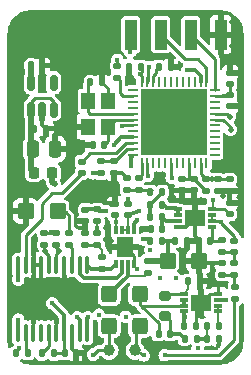
<source format=gbr>
%TF.GenerationSoftware,KiCad,Pcbnew,8.0.0*%
%TF.CreationDate,2024-02-29T09:48:21+03:00*%
%TF.ProjectId,micro17,6d696372-6f31-4372-9e6b-696361645f70,rev?*%
%TF.SameCoordinates,Original*%
%TF.FileFunction,Copper,L1,Top*%
%TF.FilePolarity,Positive*%
%FSLAX46Y46*%
G04 Gerber Fmt 4.6, Leading zero omitted, Abs format (unit mm)*
G04 Created by KiCad (PCBNEW 8.0.0) date 2024-02-29 09:48:21*
%MOMM*%
%LPD*%
G01*
G04 APERTURE LIST*
G04 Aperture macros list*
%AMRoundRect*
0 Rectangle with rounded corners*
0 $1 Rounding radius*
0 $2 $3 $4 $5 $6 $7 $8 $9 X,Y pos of 4 corners*
0 Add a 4 corners polygon primitive as box body*
4,1,4,$2,$3,$4,$5,$6,$7,$8,$9,$2,$3,0*
0 Add four circle primitives for the rounded corners*
1,1,$1+$1,$2,$3*
1,1,$1+$1,$4,$5*
1,1,$1+$1,$6,$7*
1,1,$1+$1,$8,$9*
0 Add four rect primitives between the rounded corners*
20,1,$1+$1,$2,$3,$4,$5,0*
20,1,$1+$1,$4,$5,$6,$7,0*
20,1,$1+$1,$6,$7,$8,$9,0*
20,1,$1+$1,$8,$9,$2,$3,0*%
G04 Aperture macros list end*
%TA.AperFunction,SMDPad,CuDef*%
%ADD10RoundRect,0.062500X-0.375000X-0.062500X0.375000X-0.062500X0.375000X0.062500X-0.375000X0.062500X0*%
%TD*%
%TA.AperFunction,SMDPad,CuDef*%
%ADD11RoundRect,0.062500X-0.062500X-0.375000X0.062500X-0.375000X0.062500X0.375000X-0.062500X0.375000X0*%
%TD*%
%TA.AperFunction,HeatsinkPad*%
%ADD12R,5.600000X5.600000*%
%TD*%
%TA.AperFunction,SMDPad,CuDef*%
%ADD13R,0.750000X0.300000*%
%TD*%
%TA.AperFunction,SMDPad,CuDef*%
%ADD14R,1.750000X1.450000*%
%TD*%
%TA.AperFunction,SMDPad,CuDef*%
%ADD15R,0.300000X0.750000*%
%TD*%
%TA.AperFunction,SMDPad,CuDef*%
%ADD16R,1.450000X1.750000*%
%TD*%
%TA.AperFunction,SMDPad,CuDef*%
%ADD17RoundRect,0.100000X-0.100000X0.637500X-0.100000X-0.637500X0.100000X-0.637500X0.100000X0.637500X0*%
%TD*%
%TA.AperFunction,SMDPad,CuDef*%
%ADD18RoundRect,0.135000X-0.185000X0.135000X-0.185000X-0.135000X0.185000X-0.135000X0.185000X0.135000X0*%
%TD*%
%TA.AperFunction,SMDPad,CuDef*%
%ADD19RoundRect,0.140000X-0.140000X-0.170000X0.140000X-0.170000X0.140000X0.170000X-0.140000X0.170000X0*%
%TD*%
%TA.AperFunction,SMDPad,CuDef*%
%ADD20RoundRect,0.140000X0.140000X0.170000X-0.140000X0.170000X-0.140000X-0.170000X0.140000X-0.170000X0*%
%TD*%
%TA.AperFunction,SMDPad,CuDef*%
%ADD21RoundRect,0.250000X-0.450000X-0.425000X0.450000X-0.425000X0.450000X0.425000X-0.450000X0.425000X0*%
%TD*%
%TA.AperFunction,SMDPad,CuDef*%
%ADD22RoundRect,0.140000X0.170000X-0.140000X0.170000X0.140000X-0.170000X0.140000X-0.170000X-0.140000X0*%
%TD*%
%TA.AperFunction,SMDPad,CuDef*%
%ADD23RoundRect,0.135000X-0.135000X-0.185000X0.135000X-0.185000X0.135000X0.185000X-0.135000X0.185000X0*%
%TD*%
%TA.AperFunction,SMDPad,CuDef*%
%ADD24RoundRect,0.150000X0.150000X-0.512500X0.150000X0.512500X-0.150000X0.512500X-0.150000X-0.512500X0*%
%TD*%
%TA.AperFunction,SMDPad,CuDef*%
%ADD25RoundRect,0.135000X0.185000X-0.135000X0.185000X0.135000X-0.185000X0.135000X-0.185000X-0.135000X0*%
%TD*%
%TA.AperFunction,SMDPad,CuDef*%
%ADD26RoundRect,0.135000X0.135000X0.185000X-0.135000X0.185000X-0.135000X-0.185000X0.135000X-0.185000X0*%
%TD*%
%TA.AperFunction,SMDPad,CuDef*%
%ADD27RoundRect,0.140000X-0.170000X0.140000X-0.170000X-0.140000X0.170000X-0.140000X0.170000X0.140000X0*%
%TD*%
%TA.AperFunction,SMDPad,CuDef*%
%ADD28RoundRect,0.250000X-0.425000X0.450000X-0.425000X-0.450000X0.425000X-0.450000X0.425000X0.450000X0*%
%TD*%
%TA.AperFunction,SMDPad,CuDef*%
%ADD29C,1.000000*%
%TD*%
%TA.AperFunction,SMDPad,CuDef*%
%ADD30RoundRect,0.200000X0.275000X-0.200000X0.275000X0.200000X-0.275000X0.200000X-0.275000X-0.200000X0*%
%TD*%
%TA.AperFunction,SMDPad,CuDef*%
%ADD31RoundRect,0.250000X0.450000X0.425000X-0.450000X0.425000X-0.450000X-0.425000X0.450000X-0.425000X0*%
%TD*%
%TA.AperFunction,SMDPad,CuDef*%
%ADD32R,1.000000X2.500000*%
%TD*%
%TA.AperFunction,SMDPad,CuDef*%
%ADD33RoundRect,0.250000X-0.250000X-0.475000X0.250000X-0.475000X0.250000X0.475000X-0.250000X0.475000X0*%
%TD*%
%TA.AperFunction,SMDPad,CuDef*%
%ADD34RoundRect,0.225000X-0.225000X-0.250000X0.225000X-0.250000X0.225000X0.250000X-0.225000X0.250000X0*%
%TD*%
%TA.AperFunction,SMDPad,CuDef*%
%ADD35R,1.200000X1.400000*%
%TD*%
%TA.AperFunction,ViaPad*%
%ADD36C,0.450000*%
%TD*%
%TA.AperFunction,ViaPad*%
%ADD37C,0.500000*%
%TD*%
%TA.AperFunction,Conductor*%
%ADD38C,0.200000*%
%TD*%
%TA.AperFunction,Conductor*%
%ADD39C,0.300000*%
%TD*%
%TA.AperFunction,Conductor*%
%ADD40C,0.500000*%
%TD*%
%TA.AperFunction,Conductor*%
%ADD41C,0.250000*%
%TD*%
G04 APERTURE END LIST*
D10*
%TO.P,U1,1,VBAT*%
%TO.N,unconnected-(U1-VBAT-Pad1)*%
X190662500Y-56750000D03*
%TO.P,U1,2,PC13*%
%TO.N,Net-(U1-PC13)*%
X190662500Y-57250000D03*
%TO.P,U1,3,PC14*%
%TO.N,unconnected-(U1-PC14-Pad3)*%
X190662500Y-57750000D03*
%TO.P,U1,4,PC15*%
%TO.N,unconnected-(U1-PC15-Pad4)*%
X190662500Y-58250000D03*
%TO.P,U1,5,PF0*%
%TO.N,/MCU/X1*%
X190662500Y-58750000D03*
%TO.P,U1,6,PF1*%
%TO.N,/MCU/X2*%
X190662500Y-59250000D03*
%TO.P,U1,7,PG10*%
%TO.N,/MCU/~{RST}*%
X190662500Y-59750000D03*
%TO.P,U1,8,PA0*%
%TO.N,unconnected-(U1-PA0-Pad8)*%
X190662500Y-60250000D03*
%TO.P,U1,9,PA1*%
%TO.N,BASEBAND_IN_FILT*%
X190662500Y-60750000D03*
%TO.P,U1,10,PA2*%
%TO.N,AUDIO_IN_FILT*%
X190662500Y-61250000D03*
%TO.P,U1,11,PA3*%
%TO.N,/MCU/VERSION_SET*%
X190662500Y-61750000D03*
%TO.P,U1,12,PA4*%
%TO.N,BASEBAND_OUT*%
X190662500Y-62250000D03*
D11*
%TO.P,U1,13,PA5*%
%TO.N,AUDIO_OUT*%
X191350000Y-62937500D03*
%TO.P,U1,14,PA6*%
%TO.N,PTT_OUT*%
X191850000Y-62937500D03*
%TO.P,U1,15,PA7*%
%TO.N,unconnected-(U1-PA7-Pad15)*%
X192350000Y-62937500D03*
%TO.P,U1,16,PC4*%
%TO.N,unconnected-(U1-PC4-Pad16)*%
X192850000Y-62937500D03*
%TO.P,U1,17,PB0*%
%TO.N,unconnected-(U1-PB0-Pad17)*%
X193350000Y-62937500D03*
%TO.P,U1,18,PB1*%
%TO.N,AUDIO_OUT_MUTE*%
X193850000Y-62937500D03*
%TO.P,U1,19,PB2*%
%TO.N,unconnected-(U1-PB2-Pad19)*%
X194350000Y-62937500D03*
%TO.P,U1,20,VREF+*%
%TO.N,unconnected-(U1-VREF+-Pad20)*%
X194850000Y-62937500D03*
%TO.P,U1,21,VDDA*%
%TO.N,/MCU/VDDA*%
X195350000Y-62937500D03*
%TO.P,U1,22,PB10*%
%TO.N,unconnected-(U1-PB10-Pad22)*%
X195850000Y-62937500D03*
%TO.P,U1,23,VDD*%
%TO.N,+3V3*%
X196350000Y-62937500D03*
%TO.P,U1,24,PB11*%
%TO.N,unconnected-(U1-PB11-Pad24)*%
X196850000Y-62937500D03*
D10*
%TO.P,U1,25,PB12*%
%TO.N,unconnected-(U1-PB12-Pad25)*%
X197537500Y-62250000D03*
%TO.P,U1,26,PB13*%
%TO.N,unconnected-(U1-PB13-Pad26)*%
X197537500Y-61750000D03*
%TO.P,U1,27,PB14*%
%TO.N,unconnected-(U1-PB14-Pad27)*%
X197537500Y-61250000D03*
%TO.P,U1,28,PB15*%
%TO.N,unconnected-(U1-PB15-Pad28)*%
X197537500Y-60750000D03*
%TO.P,U1,29,PC6*%
%TO.N,unconnected-(U1-PC6-Pad29)*%
X197537500Y-60250000D03*
%TO.P,U1,30,PA8*%
%TO.N,unconnected-(U1-PA8-Pad30)*%
X197537500Y-59750000D03*
%TO.P,U1,31,PA9*%
%TO.N,MCU_TX*%
X197537500Y-59250000D03*
%TO.P,U1,32,PA10*%
%TO.N,MCU_RX*%
X197537500Y-58750000D03*
%TO.P,U1,33,PA11*%
%TO.N,unconnected-(U1-PA11-Pad33)*%
X197537500Y-58250000D03*
%TO.P,U1,34,PA12*%
%TO.N,unconnected-(U1-PA12-Pad34)*%
X197537500Y-57750000D03*
%TO.P,U1,35,VDD*%
%TO.N,+3V3*%
X197537500Y-57250000D03*
%TO.P,U1,36,PA13*%
%TO.N,/MCU/SWDIO*%
X197537500Y-56750000D03*
D11*
%TO.P,U1,37,PA14*%
%TO.N,/MCU/SWCLK*%
X196850000Y-56062500D03*
%TO.P,U1,38,PA15*%
%TO.N,I2C_SCL*%
X196350000Y-56062500D03*
%TO.P,U1,39,PC10*%
%TO.N,unconnected-(U1-PC10-Pad39)*%
X195850000Y-56062500D03*
%TO.P,U1,40,PC11*%
%TO.N,unconnected-(U1-PC11-Pad40)*%
X195350000Y-56062500D03*
%TO.P,U1,41,PB3*%
%TO.N,unconnected-(U1-PB3-Pad41)*%
X194850000Y-56062500D03*
%TO.P,U1,42,PB4*%
%TO.N,unconnected-(U1-PB4-Pad42)*%
X194350000Y-56062500D03*
%TO.P,U1,43,PB5*%
%TO.N,unconnected-(U1-PB5-Pad43)*%
X193850000Y-56062500D03*
%TO.P,U1,44,PB6*%
%TO.N,unconnected-(U1-PB6-Pad44)*%
X193350000Y-56062500D03*
%TO.P,U1,45,PB7*%
%TO.N,unconnected-(U1-PB7-Pad45)*%
X192850000Y-56062500D03*
%TO.P,U1,46,PB8*%
%TO.N,/MCU/BOOT0*%
X192350000Y-56062500D03*
%TO.P,U1,47,PB9*%
%TO.N,I2C_SDA*%
X191850000Y-56062500D03*
%TO.P,U1,48,VDD*%
%TO.N,+3V3*%
X191350000Y-56062500D03*
D12*
%TO.P,U1,49,VSS*%
%TO.N,GND*%
X194100000Y-59500000D03*
%TD*%
D13*
%TO.P,U7,1*%
%TO.N,Net-(U7A--)*%
X197850000Y-75500000D03*
%TO.P,U7,2,-*%
X197850000Y-75000000D03*
%TO.P,U7,3,+*%
%TO.N,Net-(U5C-P2W)*%
X197850000Y-74500000D03*
%TO.P,U7,4,V-*%
%TO.N,GND*%
X197850000Y-74000000D03*
%TO.P,U7,5,+*%
%TO.N,Net-(U7B-+)*%
X194950000Y-74000000D03*
%TO.P,U7,6,-*%
%TO.N,Net-(U7B--)*%
X194950000Y-74500000D03*
%TO.P,U7,7*%
X194950000Y-75000000D03*
%TO.P,U7,8,V+*%
%TO.N,+5V*%
X194950000Y-75500000D03*
D14*
%TO.P,U7,9,V-*%
%TO.N,GND*%
X196400000Y-74750000D03*
%TD*%
D15*
%TO.P,U4,1*%
%TO.N,Net-(U5D-P3A)*%
X189187500Y-71487500D03*
%TO.P,U4,2,-*%
%TO.N,Net-(U4A--)*%
X189687500Y-71487500D03*
%TO.P,U4,3,+*%
%TO.N,Net-(U4A-+)*%
X190187500Y-71487500D03*
%TO.P,U4,4,V-*%
%TO.N,GND*%
X190687500Y-71487500D03*
%TO.P,U4,5,+*%
%TO.N,Net-(U4B-+)*%
X190687500Y-68587500D03*
%TO.P,U4,6,-*%
%TO.N,BASEBAND_IN_FILT*%
X190187500Y-68587500D03*
%TO.P,U4,7*%
X189687500Y-68587500D03*
%TO.P,U4,8,V+*%
%TO.N,+5V*%
X189187500Y-68587500D03*
D16*
%TO.P,U4,9,V-*%
%TO.N,GND*%
X189937500Y-70037500D03*
%TD*%
D17*
%TO.P,U5,1,P3A*%
%TO.N,Net-(U5D-P3A)*%
X186750000Y-71575000D03*
%TO.P,U5,2,P3W*%
%TO.N,Net-(U4A--)*%
X186100000Y-71575000D03*
%TO.P,U5,3,P3B*%
%TO.N,Net-(U5D-P3B)*%
X185450000Y-71575000D03*
%TO.P,U5,4,HVC/A0*%
%TO.N,GND*%
X184800000Y-71575000D03*
%TO.P,U5,5,SCL*%
%TO.N,I2C_SCL*%
X184150000Y-71575000D03*
%TO.P,U5,6,SDA*%
%TO.N,I2C_SDA*%
X183500000Y-71575000D03*
%TO.P,U5,7,VSS*%
%TO.N,GND*%
X182850000Y-71575000D03*
%TO.P,U5,8,P1B*%
X182200000Y-71575000D03*
%TO.P,U5,9,P1W*%
%TO.N,Net-(U5B-P1W)*%
X181550000Y-71575000D03*
%TO.P,U5,10,P1A*%
%TO.N,Net-(U5B-P1A)*%
X180900000Y-71575000D03*
%TO.P,U5,11,P0A*%
%TO.N,Net-(U5A-P0A)*%
X180900000Y-77300000D03*
%TO.P,U5,12,P0W*%
%TO.N,Net-(U5A-P0W)*%
X181550000Y-77300000D03*
%TO.P,U5,13,P0B*%
%TO.N,GND*%
X182200000Y-77300000D03*
%TO.P,U5,14,NC*%
%TO.N,unconnected-(U5E-NC-Pad14)*%
X182850000Y-77300000D03*
%TO.P,U5,15,~{RESET}*%
%TO.N,Net-(U5E-~{RESET})*%
X183500000Y-77300000D03*
%TO.P,U5,16,A1*%
%TO.N,GND*%
X184150000Y-77300000D03*
%TO.P,U5,17,VDD*%
%TO.N,+3V3*%
X184800000Y-77300000D03*
%TO.P,U5,18,P2B*%
%TO.N,GND*%
X185450000Y-77300000D03*
%TO.P,U5,19,P2W*%
%TO.N,Net-(U5C-P2W)*%
X186100000Y-77300000D03*
%TO.P,U5,20,P2A*%
%TO.N,BASEBAND_OUT*%
X186750000Y-77300000D03*
%TD*%
D13*
%TO.P,U6,1*%
%TO.N,Net-(U5A-P0A)*%
X194400000Y-66850000D03*
%TO.P,U6,2,-*%
X194400000Y-67350000D03*
%TO.P,U6,3,+*%
%TO.N,Net-(U6A-+)*%
X194400000Y-67850000D03*
%TO.P,U6,4,V-*%
%TO.N,GND*%
X194400000Y-68350000D03*
%TO.P,U6,5,+*%
%TO.N,Net-(U6B-+)*%
X197300000Y-68350000D03*
%TO.P,U6,6,-*%
%TO.N,Net-(U5B-P1A)*%
X197300000Y-67850000D03*
%TO.P,U6,7*%
X197300000Y-67350000D03*
%TO.P,U6,8,V+*%
%TO.N,+5V*%
X197300000Y-66850000D03*
D14*
%TO.P,U6,9,V-*%
%TO.N,GND*%
X195850000Y-67600000D03*
%TD*%
D18*
%TO.P,R13,1*%
%TO.N,Net-(C16-Pad2)*%
X187600000Y-68865000D03*
%TO.P,R13,2*%
%TO.N,Net-(C24-Pad1)*%
X187600000Y-69885000D03*
%TD*%
D19*
%TO.P,C19,1*%
%TO.N,Net-(C19-Pad1)*%
X192107500Y-66500000D03*
%TO.P,C19,2*%
%TO.N,Net-(U5A-P0A)*%
X193067500Y-66500000D03*
%TD*%
D20*
%TO.P,C31,1*%
%TO.N,Net-(C31-Pad1)*%
X193750000Y-77421250D03*
%TO.P,C31,2*%
%TO.N,Net-(U7B--)*%
X192790000Y-77421250D03*
%TD*%
D21*
%TO.P,C28,1*%
%TO.N,Net-(C28-Pad1)*%
X193550000Y-71200000D03*
%TO.P,C28,2*%
%TO.N,GND*%
X196250000Y-71200000D03*
%TD*%
D22*
%TO.P,C20,1*%
%TO.N,Net-(C20-Pad1)*%
X199200000Y-70480000D03*
%TO.P,C20,2*%
%TO.N,Net-(U5B-P1A)*%
X199200000Y-69520000D03*
%TD*%
D18*
%TO.P,R1,1*%
%TO.N,/MCU/VERSION_SET*%
X187900000Y-62790000D03*
%TO.P,R1,2*%
%TO.N,+3V3*%
X187900000Y-63810000D03*
%TD*%
D23*
%TO.P,R10,1*%
%TO.N,Net-(C19-Pad1)*%
X192077500Y-67500000D03*
%TO.P,R10,2*%
%TO.N,Net-(U6A-+)*%
X193097500Y-67500000D03*
%TD*%
D24*
%TO.P,U2,1,VIN*%
%TO.N,+5V*%
X182000000Y-58412499D03*
%TO.P,U2,2,GND*%
%TO.N,GND*%
X182950000Y-58412499D03*
%TO.P,U2,3,CE*%
%TO.N,+5V*%
X183900000Y-58412499D03*
%TO.P,U2,4,NC*%
%TO.N,unconnected-(U2-NC-Pad4)*%
X183900000Y-56137499D03*
%TO.P,U2,5,VOUT*%
%TO.N,+3V3*%
X182000000Y-56137499D03*
%TD*%
D25*
%TO.P,R5,1*%
%TO.N,/MCU/VDDA*%
X196800000Y-65310000D03*
%TO.P,R5,2*%
%TO.N,+3V3*%
X196800000Y-64290000D03*
%TD*%
D23*
%TO.P,R20,1*%
%TO.N,+5V*%
X192090000Y-69500000D03*
%TO.P,R20,2*%
%TO.N,Net-(C28-Pad1)*%
X193110000Y-69500000D03*
%TD*%
D26*
%TO.P,R16,1*%
%TO.N,+3V3*%
X183935000Y-79037500D03*
%TO.P,R16,2*%
%TO.N,Net-(U5E-~{RESET})*%
X182915000Y-79037500D03*
%TD*%
D25*
%TO.P,R9,1*%
%TO.N,Net-(C15-Pad1)*%
X199200000Y-72410000D03*
%TO.P,R9,2*%
%TO.N,Net-(C20-Pad1)*%
X199200000Y-71390000D03*
%TD*%
D18*
%TO.P,R4,1*%
%TO.N,PTT_IN*%
X189300000Y-54690000D03*
%TO.P,R4,2*%
%TO.N,Net-(U1-PC13)*%
X189300000Y-55710000D03*
%TD*%
D20*
%TO.P,C17,1*%
%TO.N,Net-(U6A-+)*%
X193080000Y-68500000D03*
%TO.P,C17,2*%
%TO.N,GND*%
X192120000Y-68500000D03*
%TD*%
D27*
%TO.P,C7,1*%
%TO.N,+3V3*%
X197800000Y-64320000D03*
%TO.P,C7,2*%
%TO.N,GND*%
X197800000Y-65280000D03*
%TD*%
D28*
%TO.P,C34,1*%
%TO.N,Net-(U7B--)*%
X191200000Y-74050000D03*
%TO.P,C34,2*%
%TO.N,BASEBAND_OUT_FILT*%
X191200000Y-76750000D03*
%TD*%
D19*
%TO.P,C13,1*%
%TO.N,+5V*%
X182280000Y-60012499D03*
%TO.P,C13,2*%
%TO.N,GND*%
X183240000Y-60012499D03*
%TD*%
D23*
%TO.P,R21,1*%
%TO.N,Net-(C28-Pad1)*%
X194190000Y-69500000D03*
%TO.P,R21,2*%
%TO.N,GND*%
X195210000Y-69500000D03*
%TD*%
D29*
%TO.P,TP2,1,1*%
%TO.N,BASEBAND_OUT_FILT*%
X190800000Y-78800000D03*
%TD*%
D22*
%TO.P,C24,1*%
%TO.N,Net-(C24-Pad1)*%
X186600000Y-69845000D03*
%TO.P,C24,2*%
%TO.N,GND*%
X186600000Y-68885000D03*
%TD*%
D30*
%TO.P,R24,1*%
%TO.N,Net-(C31-Pad1)*%
X193370000Y-75846250D03*
%TO.P,R24,2*%
%TO.N,Net-(U7B-+)*%
X193370000Y-74196250D03*
%TD*%
D18*
%TO.P,R14,1*%
%TO.N,Net-(C24-Pad1)*%
X188000000Y-70865000D03*
%TO.P,R14,2*%
%TO.N,Net-(U5D-P3A)*%
X188000000Y-71885000D03*
%TD*%
D23*
%TO.P,R8,1*%
%TO.N,Net-(C14-Pad1)*%
X192090000Y-65400000D03*
%TO.P,R8,2*%
%TO.N,Net-(C19-Pad1)*%
X193110000Y-65400000D03*
%TD*%
D26*
%TO.P,R3,1*%
%TO.N,GND*%
X193810000Y-54800000D03*
%TO.P,R3,2*%
%TO.N,/MCU/BOOT0*%
X192790000Y-54800000D03*
%TD*%
D25*
%TO.P,R11,1*%
%TO.N,Net-(C20-Pad1)*%
X198200000Y-70510000D03*
%TO.P,R11,2*%
%TO.N,Net-(U6B-+)*%
X198200000Y-69490000D03*
%TD*%
D31*
%TO.P,C26,1*%
%TO.N,Net-(C26-Pad1)*%
X184250000Y-67000000D03*
%TO.P,C26,2*%
%TO.N,GND*%
X181550000Y-67000000D03*
%TD*%
D28*
%TO.P,C27,1*%
%TO.N,Net-(U4A-+)*%
X188600000Y-74050000D03*
%TO.P,C27,2*%
%TO.N,BASEBAND_IN*%
X188600000Y-76750000D03*
%TD*%
D19*
%TO.P,C32,1*%
%TO.N,Net-(U7B-+)*%
X195320000Y-72900000D03*
%TO.P,C32,2*%
%TO.N,GND*%
X196280000Y-72900000D03*
%TD*%
D22*
%TO.P,C23,1*%
%TO.N,Net-(U5B-P1W)*%
X186300000Y-63780000D03*
%TO.P,C23,2*%
%TO.N,AUDIO_IN_FILT*%
X186300000Y-62820000D03*
%TD*%
%TO.P,C30,1*%
%TO.N,+5V*%
X198800000Y-67280000D03*
%TO.P,C30,2*%
%TO.N,GND*%
X198800000Y-66320000D03*
%TD*%
D25*
%TO.P,R17,1*%
%TO.N,Net-(U4A-+)*%
X191900000Y-72210000D03*
%TO.P,R17,2*%
%TO.N,Net-(C28-Pad1)*%
X191900000Y-71190000D03*
%TD*%
D26*
%TO.P,R22,1*%
%TO.N,Net-(U7A--)*%
X197910000Y-76712500D03*
%TO.P,R22,2*%
%TO.N,Net-(C29-Pad1)*%
X196890000Y-76712500D03*
%TD*%
D32*
%TO.P,J1,1,Pin_1*%
%TO.N,/MCU/~{RST}*%
X190445000Y-52072500D03*
%TO.P,J1,2,Pin_2*%
%TO.N,/MCU/SWCLK*%
X192985000Y-52072500D03*
%TO.P,J1,3,Pin_3*%
%TO.N,/MCU/SWDIO*%
X195525000Y-52072500D03*
%TO.P,J1,4,Pin_4*%
%TO.N,GND*%
X198065000Y-52072500D03*
%TD*%
D22*
%TO.P,C3,1*%
%TO.N,+3V3*%
X198850000Y-56242500D03*
%TO.P,C3,2*%
%TO.N,GND*%
X198850000Y-55282500D03*
%TD*%
D19*
%TO.P,C29,1*%
%TO.N,Net-(C29-Pad1)*%
X196920000Y-77812500D03*
%TO.P,C29,2*%
%TO.N,GND*%
X197880000Y-77812500D03*
%TD*%
D20*
%TO.P,C2,1*%
%TO.N,/MCU/X2*%
X188180000Y-61400000D03*
%TO.P,C2,2*%
%TO.N,GND*%
X187220000Y-61400000D03*
%TD*%
D27*
%TO.P,C6,2*%
%TO.N,GND*%
X198850000Y-58142500D03*
%TO.P,C6,1*%
%TO.N,+3V3*%
X198850000Y-57182500D03*
%TD*%
D33*
%TO.P,C10,1*%
%TO.N,+5V*%
X182140000Y-61750000D03*
%TO.P,C10,2*%
%TO.N,GND*%
X184040000Y-61750000D03*
%TD*%
D20*
%TO.P,C18,1*%
%TO.N,Net-(U6B-+)*%
X197180000Y-69500000D03*
%TO.P,C18,2*%
%TO.N,GND*%
X196220000Y-69500000D03*
%TD*%
D26*
%TO.P,R23,2*%
%TO.N,Net-(C31-Pad1)*%
X194990000Y-77800000D03*
%TO.P,R23,1*%
%TO.N,Net-(C29-Pad1)*%
X196010000Y-77800000D03*
%TD*%
D27*
%TO.P,C8,1*%
%TO.N,/MCU/VDDA*%
X194810000Y-64300000D03*
%TO.P,C8,2*%
%TO.N,GND*%
X194810000Y-65260000D03*
%TD*%
D22*
%TO.P,C16,1*%
%TO.N,BASEBAND_IN_FILT*%
X190200000Y-67355000D03*
%TO.P,C16,2*%
%TO.N,Net-(C16-Pad2)*%
X190200000Y-66395000D03*
%TD*%
D27*
%TO.P,C21,1*%
%TO.N,Net-(U4B-+)*%
X186600000Y-66885000D03*
%TO.P,C21,2*%
%TO.N,GND*%
X186600000Y-67845000D03*
%TD*%
D22*
%TO.P,C9,1*%
%TO.N,GND*%
X195800000Y-65260000D03*
%TO.P,C9,2*%
%TO.N,/MCU/VDDA*%
X195800000Y-64300000D03*
%TD*%
%TO.P,C14,1*%
%TO.N,Net-(C14-Pad1)*%
X190100000Y-65180000D03*
%TO.P,C14,2*%
%TO.N,GND*%
X190100000Y-64220000D03*
%TD*%
D20*
%TO.P,C22,1*%
%TO.N,Net-(U5A-P0W)*%
X181705000Y-79037500D03*
%TO.P,C22,2*%
%TO.N,AUDIO_OUT_FILT*%
X180745000Y-79037500D03*
%TD*%
D18*
%TO.P,R12,1*%
%TO.N,Net-(U4B-+)*%
X187600000Y-66865000D03*
%TO.P,R12,2*%
%TO.N,Net-(C16-Pad2)*%
X187600000Y-67885000D03*
%TD*%
D34*
%TO.P,FB1,1*%
%TO.N,+5V*%
X182225000Y-63750000D03*
%TO.P,FB1,2*%
%TO.N,Net-(J5-Pin_38)*%
X183775000Y-63750000D03*
%TD*%
D22*
%TO.P,C35,1*%
%TO.N,+5V*%
X189100000Y-67355000D03*
%TO.P,C35,2*%
%TO.N,GND*%
X189100000Y-66395000D03*
%TD*%
D20*
%TO.P,C4,1*%
%TO.N,+3V3*%
X191280000Y-54800000D03*
%TO.P,C4,2*%
%TO.N,GND*%
X190320000Y-54800000D03*
%TD*%
D35*
%TO.P,Y1,1,1*%
%TO.N,/MCU/X1*%
X186850000Y-57650000D03*
%TO.P,Y1,2,2*%
%TO.N,GND*%
X186850000Y-59850000D03*
%TO.P,Y1,3,3*%
%TO.N,/MCU/X2*%
X188550000Y-59850000D03*
%TO.P,Y1,4,4*%
%TO.N,GND*%
X188550000Y-57650000D03*
%TD*%
D25*
%TO.P,R15,1*%
%TO.N,Net-(U5D-P3B)*%
X185200000Y-69847500D03*
%TO.P,R15,2*%
%TO.N,Net-(C26-Pad1)*%
X185200000Y-68827500D03*
%TD*%
D29*
%TO.P,TP1,1,1*%
%TO.N,BASEBAND_IN*%
X188600000Y-78800000D03*
%TD*%
D18*
%TO.P,R19,1*%
%TO.N,+3V3*%
X183125000Y-68827500D03*
%TO.P,R19,2*%
%TO.N,I2C_SDA*%
X183125000Y-69847500D03*
%TD*%
%TO.P,R18,1*%
%TO.N,+3V3*%
X184125000Y-68827500D03*
%TO.P,R18,2*%
%TO.N,I2C_SCL*%
X184125000Y-69847500D03*
%TD*%
D27*
%TO.P,C5,1*%
%TO.N,+3V3*%
X198800000Y-64320000D03*
%TO.P,C5,2*%
%TO.N,GND*%
X198800000Y-65280000D03*
%TD*%
D19*
%TO.P,C1,1*%
%TO.N,/MCU/X1*%
X187020000Y-56100000D03*
%TO.P,C1,2*%
%TO.N,GND*%
X187980000Y-56100000D03*
%TD*%
D25*
%TO.P,R2,1*%
%TO.N,GND*%
X189000000Y-63810000D03*
%TO.P,R2,2*%
%TO.N,/MCU/VERSION_SET*%
X189000000Y-62790000D03*
%TD*%
D19*
%TO.P,C11,1*%
%TO.N,+3V3*%
X182000000Y-54675499D03*
%TO.P,C11,2*%
%TO.N,GND*%
X182960000Y-54675499D03*
%TD*%
%TO.P,C33,1*%
%TO.N,+5V*%
X194970000Y-76712500D03*
%TO.P,C33,2*%
%TO.N,GND*%
X195930000Y-76712500D03*
%TD*%
D18*
%TO.P,R6,1*%
%TO.N,AUDIO_OUT*%
X191100000Y-64190000D03*
%TO.P,R6,2*%
%TO.N,Net-(C14-Pad1)*%
X191100000Y-65210000D03*
%TD*%
D22*
%TO.P,C15,1*%
%TO.N,Net-(C15-Pad1)*%
X198200000Y-72380000D03*
%TO.P,C15,2*%
%TO.N,GND*%
X198200000Y-71420000D03*
%TD*%
D25*
%TO.P,R7,1*%
%TO.N,AUDIO_IN*%
X199300000Y-74410000D03*
%TO.P,R7,2*%
%TO.N,Net-(C15-Pad1)*%
X199300000Y-73390000D03*
%TD*%
D19*
%TO.P,C25,1*%
%TO.N,+3V3*%
X184845000Y-79037500D03*
%TO.P,C25,2*%
%TO.N,GND*%
X185805000Y-79037500D03*
%TD*%
D36*
%TO.N,GND*%
X191000000Y-71900000D03*
D37*
X183000000Y-53000000D03*
X197000000Y-73000000D03*
X182000000Y-75250000D03*
X180750000Y-70000000D03*
X181000000Y-68500000D03*
X188750000Y-69500000D03*
X198250000Y-65750000D03*
X198750000Y-63250000D03*
X183000000Y-73000000D03*
X181000000Y-75000000D03*
X199100000Y-79100000D03*
X199000000Y-53000000D03*
X199000000Y-51000000D03*
X185000000Y-55000000D03*
X187000000Y-55000000D03*
X181000000Y-65000000D03*
X181000000Y-63000000D03*
X181000000Y-61000000D03*
X181000000Y-59000000D03*
X181000000Y-57000000D03*
X181000000Y-55000000D03*
X181000000Y-53000000D03*
X185000000Y-53000000D03*
X187000000Y-53000000D03*
X187000000Y-51000000D03*
X185000000Y-51000000D03*
X183000000Y-51000000D03*
X181000000Y-51000000D03*
X185000000Y-60000000D03*
D36*
X186500000Y-79400000D03*
X182960000Y-59312499D03*
X183960000Y-60012499D03*
%TO.N,PTT_IN*%
X196100000Y-78600000D03*
%TO.N,GND*%
X192000000Y-57500000D03*
X197300000Y-72000000D03*
D37*
X189700000Y-79500000D03*
D36*
X194000000Y-61500000D03*
X192000000Y-59500000D03*
X194000000Y-57300000D03*
X197800000Y-78400000D03*
X189000000Y-64500000D03*
X186100000Y-68400000D03*
X196000000Y-59500000D03*
X196000000Y-61500000D03*
X190300000Y-55300000D03*
X194400000Y-54800000D03*
X191400000Y-68500000D03*
X192000000Y-61500000D03*
X198800000Y-54600000D03*
X196000000Y-57500000D03*
X196400000Y-74700000D03*
D37*
X182300000Y-70300000D03*
D36*
X194800000Y-65900000D03*
%TO.N,+3V3*%
X191200000Y-55400000D03*
X198300000Y-57250000D03*
D37*
X182000000Y-55212499D03*
D36*
X187200000Y-63800000D03*
D37*
X197350000Y-64290000D03*
D36*
X183650000Y-68800000D03*
X183800000Y-74800000D03*
%TO.N,+5V*%
X197400000Y-66100000D03*
X189200000Y-67900000D03*
X191475000Y-69397760D03*
D37*
X182000000Y-59312499D03*
D36*
X195000000Y-76000000D03*
%TO.N,Net-(U4B-+)*%
X191000000Y-67800000D03*
X188301409Y-66976409D03*
%TO.N,/MCU/~{RST}*%
X190400000Y-53500000D03*
X189700000Y-59800000D03*
%TO.N,Net-(C16-Pad2)*%
X190200000Y-66000000D03*
X187600000Y-68400000D03*
%TO.N,Net-(U5A-P0A)*%
X180900000Y-76200000D03*
X192100000Y-70300000D03*
X193501316Y-66750000D03*
%TO.N,Net-(U5B-P1A)*%
X180900000Y-72800000D03*
X198100000Y-67900000D03*
%TO.N,Net-(U5C-P2W)*%
X198467935Y-74499604D03*
X185900000Y-76000000D03*
%TO.N,I2C_SDA*%
X192023768Y-54823768D03*
D37*
X183200000Y-70400000D03*
D36*
%TO.N,PTT_OUT*%
X191900000Y-64000000D03*
X194250000Y-72700000D03*
%TO.N,AUDIO_OUT_MUTE*%
X193900000Y-64200000D03*
%TO.N,BASEBAND_IN_FILT*%
X189000000Y-61400000D03*
X191100000Y-67000000D03*
%TO.N,BASEBAND_OUT*%
X190500000Y-63200000D03*
X186800000Y-76000000D03*
%TO.N,I2C_SCL*%
X195200000Y-55100000D03*
D37*
X184400000Y-70400000D03*
D36*
%TO.N,AUDIO_OUT_FILT*%
X187750000Y-75775000D03*
X181000000Y-78597151D03*
%TO.N,BASEBAND_IN*%
X187250000Y-79150000D03*
%TO.N,BASEBAND_OUT_FILT*%
X191525000Y-79225000D03*
%TO.N,AUDIO_IN*%
X193300000Y-79200000D03*
%TO.N,PTT_IN*%
X189300000Y-54200000D03*
%TO.N,MCU_TX*%
X190000000Y-75950000D03*
D37*
X198900000Y-60100000D03*
D36*
X192950000Y-72700000D03*
D37*
%TO.N,MCU_RX*%
X198800000Y-59000000D03*
%TO.N,Net-(J5-Pin_38)*%
X184000000Y-64750000D03*
%TD*%
D38*
%TO.N,Net-(U4A-+)*%
X191610000Y-72500000D02*
X190225000Y-72500000D01*
X191900000Y-72210000D02*
X191610000Y-72500000D01*
X190225000Y-72500000D02*
X190187500Y-72462500D01*
D39*
%TO.N,BASEBAND_IN_FILT*%
X191100000Y-67000000D02*
X190200000Y-67355000D01*
D40*
%TO.N,+5V*%
X182000000Y-63525000D02*
X182225000Y-63750000D01*
X182000000Y-58412499D02*
X182000000Y-63525000D01*
%TO.N,Net-(J5-Pin_38)*%
X183775000Y-63750000D02*
X183775000Y-64525000D01*
X183775000Y-64525000D02*
X184000000Y-64750000D01*
D41*
%TO.N,Net-(U5B-P1W)*%
X183800000Y-65500000D02*
X184580000Y-65500000D01*
X182900000Y-66400000D02*
X183800000Y-65500000D01*
X184580000Y-65500000D02*
X186300000Y-63780000D01*
X181550000Y-71575000D02*
X181550000Y-69050000D01*
X181550000Y-69050000D02*
X182900000Y-67700000D01*
X182900000Y-67700000D02*
X182900000Y-66400000D01*
D39*
%TO.N,Net-(U5A-P0A)*%
X194300000Y-66750000D02*
X194400000Y-66850000D01*
X193251316Y-66500000D02*
X193501316Y-66750000D01*
X193501316Y-66750000D02*
X194300000Y-66750000D01*
X193067500Y-66500000D02*
X193251316Y-66500000D01*
%TO.N,GND*%
X197300000Y-72000000D02*
X197300000Y-71620000D01*
X197300000Y-71620000D02*
X197500000Y-71420000D01*
X185450000Y-78682500D02*
X185805000Y-79037500D01*
X185450000Y-77300000D02*
X185450000Y-78682500D01*
X182960000Y-59732499D02*
X183240000Y-60012499D01*
X182960000Y-59312499D02*
X182960000Y-59732499D01*
D40*
X190320000Y-55280000D02*
X190300000Y-55300000D01*
X190320000Y-54800000D02*
X190320000Y-55280000D01*
X182950000Y-59302499D02*
X182960000Y-59312499D01*
X182950000Y-58412499D02*
X182950000Y-59302499D01*
D39*
%TO.N,Net-(U5B-P1A)*%
X180900000Y-72800000D02*
X180900000Y-71575000D01*
%TO.N,Net-(U5C-P2W)*%
X185900000Y-76000000D02*
X186100000Y-76200000D01*
X186100000Y-76200000D02*
X186100000Y-77300000D01*
D41*
%TO.N,GND*%
X195930000Y-75220000D02*
X196400000Y-74750000D01*
X195930000Y-76712500D02*
X195930000Y-75220000D01*
%TO.N,Net-(U7B--)*%
X191300746Y-75000000D02*
X191300373Y-74999627D01*
X194950000Y-75000000D02*
X191300746Y-75000000D01*
D38*
%TO.N,Net-(U7B-+)*%
X195320000Y-73630000D02*
X194950000Y-74000000D01*
X195320000Y-72900000D02*
X195320000Y-73630000D01*
D41*
X193566250Y-74000000D02*
X193370000Y-74196250D01*
X194950000Y-74000000D02*
X193566250Y-74000000D01*
D39*
%TO.N,Net-(U5C-P2W)*%
X198467539Y-74500000D02*
X198467935Y-74499604D01*
D38*
%TO.N,Net-(U7A--)*%
X197850000Y-75000000D02*
X197850000Y-76652500D01*
D39*
%TO.N,Net-(U5C-P2W)*%
X197850000Y-74500000D02*
X198467539Y-74500000D01*
%TO.N,Net-(U7B--)*%
X194950000Y-75000000D02*
X194950000Y-74500000D01*
D41*
%TO.N,GND*%
X197150000Y-74000000D02*
X196400000Y-74750000D01*
X197850000Y-74000000D02*
X197150000Y-74000000D01*
D38*
%TO.N,Net-(U7A--)*%
X197850000Y-76652500D02*
X197910000Y-76712500D01*
D41*
%TO.N,Net-(C15-Pad1)*%
X199200000Y-72410000D02*
X199200000Y-73290000D01*
%TO.N,AUDIO_IN*%
X199200000Y-74510000D02*
X199300000Y-74410000D01*
X199200000Y-77942463D02*
X199200000Y-74510000D01*
X197942463Y-79200000D02*
X199200000Y-77942463D01*
X193300000Y-79200000D02*
X197942463Y-79200000D01*
%TO.N,Net-(C15-Pad1)*%
X199200000Y-73290000D02*
X199300000Y-73390000D01*
D39*
%TO.N,+3V3*%
X183800000Y-74800000D02*
X184800000Y-75800000D01*
X184800000Y-75800000D02*
X184800000Y-77300000D01*
D41*
%TO.N,/MCU/X1*%
X187000000Y-58750000D02*
X186850000Y-58600000D01*
X190662500Y-58750000D02*
X187000000Y-58750000D01*
X186850000Y-58600000D02*
X186850000Y-57650000D01*
X186850000Y-56270000D02*
X187020000Y-56100000D01*
X186850000Y-57650000D02*
X186850000Y-56270000D01*
%TO.N,GND*%
X196400000Y-74700000D02*
X196400000Y-73020000D01*
D39*
X198200000Y-71420000D02*
X197500000Y-71420000D01*
X194400000Y-68350000D02*
X195100000Y-68350000D01*
X197880000Y-77812500D02*
X197880000Y-78320000D01*
X195850000Y-69130000D02*
X196220000Y-69500000D01*
X189690000Y-63810000D02*
X190100000Y-64220000D01*
D41*
X188550000Y-57650000D02*
X188550000Y-56670000D01*
D39*
X195850000Y-67600000D02*
X195850000Y-69130000D01*
D41*
X196400000Y-73020000D02*
X196280000Y-72900000D01*
X190687500Y-71487500D02*
X190687500Y-70787500D01*
D39*
X189000000Y-63810000D02*
X189690000Y-63810000D01*
X197880000Y-78320000D02*
X197800000Y-78400000D01*
X197500000Y-71420000D02*
X196470000Y-71420000D01*
X195100000Y-68350000D02*
X195850000Y-67600000D01*
D41*
X190687500Y-70787500D02*
X189937500Y-70037500D01*
D39*
X195850000Y-67600000D02*
X195850000Y-66470000D01*
X196470000Y-71420000D02*
X196250000Y-71200000D01*
D41*
X188550000Y-56670000D02*
X187980000Y-56100000D01*
%TO.N,/MCU/X2*%
X188550000Y-61030000D02*
X188180000Y-61400000D01*
X189150000Y-59250000D02*
X188550000Y-59850000D01*
X188550000Y-59850000D02*
X188550000Y-61030000D01*
X190662500Y-59250000D02*
X189150000Y-59250000D01*
%TO.N,+3V3*%
X184800000Y-78992500D02*
X184845000Y-79037500D01*
X191200000Y-55400000D02*
X191350000Y-55550000D01*
X191350000Y-55550000D02*
X191350000Y-56062500D01*
X198770000Y-64290000D02*
X198800000Y-64320000D01*
X183935000Y-79037500D02*
X184845000Y-79037500D01*
D39*
X187200000Y-63800000D02*
X187890000Y-63800000D01*
D41*
X191380000Y-54800000D02*
X191350000Y-54830000D01*
X191350000Y-54830000D02*
X191350000Y-55250000D01*
D40*
X182000000Y-54675499D02*
X182000000Y-55172499D01*
D41*
X183572500Y-68827500D02*
X183600000Y-68800000D01*
X197350000Y-64290000D02*
X198770000Y-64290000D01*
X198250000Y-57250000D02*
X198300000Y-57200000D01*
D39*
X187890000Y-63800000D02*
X187900000Y-63810000D01*
D41*
X183627500Y-68827500D02*
X184125000Y-68827500D01*
X196800000Y-64290000D02*
X197350000Y-64290000D01*
X198770000Y-57250000D02*
X198820000Y-57300000D01*
X196350000Y-62937500D02*
X196350000Y-63840000D01*
X183125000Y-68827500D02*
X183572500Y-68827500D01*
X183600000Y-68800000D02*
X183627500Y-68827500D01*
D40*
X182000000Y-55252499D02*
X182000000Y-56137499D01*
D41*
X198300000Y-57200000D02*
X198350000Y-57250000D01*
X196350000Y-63840000D02*
X196800000Y-64290000D01*
X198350000Y-57250000D02*
X198770000Y-57250000D01*
X198820000Y-56300000D02*
X198820000Y-57300000D01*
X184800000Y-77300000D02*
X184800000Y-78992500D01*
X197537500Y-57250000D02*
X198250000Y-57250000D01*
X191350000Y-55250000D02*
X191200000Y-55400000D01*
%TO.N,/MCU/VDDA*%
X195800000Y-64300000D02*
X195811490Y-64300000D01*
X194810000Y-64300000D02*
X195400000Y-64300000D01*
X195400000Y-64300000D02*
X195800000Y-64300000D01*
X196800000Y-65288510D02*
X196800000Y-65310000D01*
X195350000Y-64250000D02*
X195400000Y-64300000D01*
X195811490Y-64300000D02*
X196800000Y-65288510D01*
X195350000Y-62937500D02*
X195350000Y-64250000D01*
%TO.N,+5V*%
X182000000Y-57750000D02*
X182000000Y-58412499D01*
D39*
X191987760Y-69397760D02*
X192090000Y-69500000D01*
X194970000Y-76712500D02*
X194970000Y-76030000D01*
X194970000Y-75970000D02*
X194970000Y-75530000D01*
D38*
X197407500Y-66692500D02*
X197400000Y-66685000D01*
D39*
X195000000Y-76000000D02*
X194970000Y-75970000D01*
D41*
X183900000Y-58412499D02*
X183900000Y-57750000D01*
D39*
X194970000Y-76030000D02*
X195000000Y-76000000D01*
D38*
X197407500Y-66742500D02*
X197300000Y-66850000D01*
X197400000Y-66685000D02*
X197400000Y-66100000D01*
X189187500Y-67887500D02*
X189187500Y-67442500D01*
X189200000Y-67900000D02*
X189187500Y-67887500D01*
D41*
X183562499Y-57412499D02*
X182337501Y-57412499D01*
X183900000Y-57750000D02*
X183562499Y-57412499D01*
D39*
X191475000Y-69397760D02*
X191987760Y-69397760D01*
D38*
X197400000Y-66100000D02*
X197407500Y-66107500D01*
X197407500Y-66107500D02*
X197407500Y-66742500D01*
X189187500Y-67912500D02*
X189187500Y-68587500D01*
D41*
X182337501Y-57412499D02*
X182000000Y-57750000D01*
D38*
X189200000Y-67900000D02*
X189187500Y-67912500D01*
D41*
X197300000Y-66850000D02*
X198370000Y-66850000D01*
D38*
X189187500Y-67442500D02*
X189100000Y-67355000D01*
D41*
X198370000Y-66850000D02*
X198800000Y-67280000D01*
D39*
%TO.N,Net-(U6A-+)*%
X193080000Y-68500000D02*
X193097500Y-68482500D01*
X193097500Y-68482500D02*
X193097500Y-67500000D01*
X194400000Y-67850000D02*
X193447500Y-67850000D01*
X193447500Y-67850000D02*
X193097500Y-67500000D01*
D41*
%TO.N,Net-(U6B-+)*%
X198190000Y-69500000D02*
X197180000Y-69500000D01*
X198200000Y-69490000D02*
X198190000Y-69500000D01*
X197300000Y-69380000D02*
X197180000Y-69500000D01*
X197300000Y-68350000D02*
X197300000Y-69380000D01*
%TO.N,Net-(C20-Pad1)*%
X199200000Y-70480000D02*
X199170000Y-70510000D01*
X199170000Y-70510000D02*
X198200000Y-70510000D01*
X199200000Y-71390000D02*
X199200000Y-70480000D01*
%TO.N,Net-(C24-Pad1)*%
X187560000Y-69845000D02*
X187600000Y-69885000D01*
D38*
X188000000Y-70285000D02*
X188000000Y-70865000D01*
D41*
X186600000Y-69845000D02*
X187560000Y-69845000D01*
D38*
X187600000Y-69885000D02*
X188000000Y-70285000D01*
D39*
%TO.N,Net-(U4B-+)*%
X190687500Y-68587500D02*
X190687500Y-68112500D01*
X187711409Y-66976409D02*
X187600000Y-66865000D01*
X187600000Y-66865000D02*
X186620000Y-66865000D01*
X186620000Y-66865000D02*
X186600000Y-66885000D01*
X188301409Y-66976409D02*
X187711409Y-66976409D01*
X190687500Y-68112500D02*
X191000000Y-67800000D01*
%TO.N,Net-(U4A-+)*%
X190187500Y-71487500D02*
X190187500Y-72462500D01*
X190187500Y-72462500D02*
X188600000Y-74050000D01*
D41*
%TO.N,/MCU/~{RST}*%
X190400000Y-52117500D02*
X190445000Y-52072500D01*
X190400000Y-53500000D02*
X190400000Y-52117500D01*
X189750000Y-59750000D02*
X189700000Y-59800000D01*
X190662500Y-59750000D02*
X189750000Y-59750000D01*
%TO.N,/MCU/SWCLK*%
X196100000Y-54100000D02*
X195012500Y-54100000D01*
X195012500Y-54100000D02*
X192985000Y-52072500D01*
X196850000Y-54850000D02*
X196100000Y-54100000D01*
X196850000Y-56062500D02*
X196850000Y-54850000D01*
%TO.N,/MCU/SWDIO*%
X197537500Y-56750000D02*
X197537500Y-54085000D01*
X197537500Y-54085000D02*
X195525000Y-52072500D01*
X195525000Y-52475000D02*
X195525000Y-52072500D01*
%TO.N,/MCU/VERSION_SET*%
X190140000Y-61750000D02*
X189100000Y-62790000D01*
X188000000Y-62790000D02*
X189100000Y-62790000D01*
X190662500Y-61750000D02*
X190140000Y-61750000D01*
%TO.N,/MCU/BOOT0*%
X192350000Y-55550000D02*
X192600000Y-55300000D01*
X192350000Y-56062500D02*
X192350000Y-55550000D01*
X192600000Y-54990000D02*
X192790000Y-54800000D01*
X192600000Y-55300000D02*
X192600000Y-54990000D01*
D39*
%TO.N,Net-(C28-Pad1)*%
X193550000Y-71200000D02*
X193550000Y-69550000D01*
D40*
X193540000Y-71190000D02*
X193550000Y-71200000D01*
D39*
X193550000Y-69550000D02*
X193600000Y-69500000D01*
X193600000Y-69500000D02*
X194190000Y-69500000D01*
X193110000Y-69500000D02*
X194190000Y-69500000D01*
D40*
X191900000Y-71190000D02*
X193540000Y-71190000D01*
D39*
%TO.N,Net-(U4A--)*%
X186450000Y-72662500D02*
X186100000Y-72312499D01*
X189687500Y-71487500D02*
X189687500Y-72212500D01*
X189687500Y-72212500D02*
X189237500Y-72662500D01*
X186100000Y-72312499D02*
X186100000Y-71575000D01*
X189237500Y-72662500D02*
X186450000Y-72662500D01*
D41*
%TO.N,Net-(U7B--)*%
X191300373Y-74999627D02*
X191200000Y-74899254D01*
X191428750Y-74278750D02*
X191200000Y-74050000D01*
X191200000Y-74899254D02*
X191200000Y-74050000D01*
X192790000Y-77421250D02*
X192790000Y-76489254D01*
D39*
X191200000Y-74050000D02*
X191501250Y-73748750D01*
D41*
X192790000Y-76489254D02*
X191300373Y-74999627D01*
%TO.N,Net-(C14-Pad1)*%
X191100000Y-65210000D02*
X191900000Y-65210000D01*
X192050000Y-65360000D02*
X192090000Y-65360000D01*
X191070000Y-65180000D02*
X191100000Y-65210000D01*
X190100000Y-65180000D02*
X191070000Y-65180000D01*
X191900000Y-65210000D02*
X192050000Y-65360000D01*
X192090000Y-65360000D02*
X192200000Y-65250000D01*
%TO.N,Net-(C15-Pad1)*%
X198230000Y-72410000D02*
X199200000Y-72410000D01*
X198200000Y-72380000D02*
X198230000Y-72410000D01*
D38*
%TO.N,Net-(C16-Pad2)*%
X187600000Y-68865000D02*
X187600000Y-68400000D01*
D39*
X190200000Y-66395000D02*
X190200000Y-66000000D01*
D38*
X187600000Y-68400000D02*
X187600000Y-67885000D01*
D41*
%TO.N,Net-(C19-Pad1)*%
X192107500Y-66500000D02*
X192107500Y-66402500D01*
X192107500Y-66402500D02*
X193110000Y-65400000D01*
D39*
X192077500Y-66530000D02*
X192107500Y-66500000D01*
X192077500Y-67500000D02*
X192077500Y-66530000D01*
%TO.N,Net-(U5A-P0A)*%
X180900000Y-76200000D02*
X180900000Y-77300000D01*
X194400000Y-67350000D02*
X194400000Y-66850000D01*
D38*
%TO.N,Net-(U5B-P1A)*%
X197300000Y-67850000D02*
X197300000Y-67350000D01*
D41*
X198025000Y-67900000D02*
X197975000Y-67850000D01*
X198100000Y-67900000D02*
X198025000Y-67900000D01*
X198100000Y-67975000D02*
X198100000Y-67900000D01*
X197975000Y-67850000D02*
X197300000Y-67850000D01*
X199200000Y-69075000D02*
X198100000Y-67975000D01*
X199200000Y-69520000D02*
X199200000Y-69075000D01*
%TO.N,Net-(U5A-P0W)*%
X181550000Y-77300000D02*
X181550000Y-78882500D01*
X181550000Y-78882500D02*
X181705000Y-79037500D01*
%TO.N,Net-(C26-Pad1)*%
X185200000Y-68827500D02*
X185200000Y-67395000D01*
X185200000Y-67395000D02*
X184927500Y-67122500D01*
D39*
%TO.N,Net-(C29-Pad1)*%
X196010000Y-77800000D02*
X196022500Y-77812500D01*
D38*
X196920000Y-77782500D02*
X196890000Y-77812500D01*
D39*
X196022500Y-77812500D02*
X196920000Y-77812500D01*
D38*
X196920000Y-76712500D02*
X196920000Y-77782500D01*
D39*
%TO.N,Net-(C31-Pad1)*%
X194611250Y-77421250D02*
X194990000Y-77800000D01*
D41*
X193750000Y-76226250D02*
X193750000Y-77421250D01*
X193370000Y-75846250D02*
X193750000Y-76226250D01*
D39*
X193750000Y-77421250D02*
X194611250Y-77421250D01*
D41*
%TO.N,Net-(U1-PC13)*%
X189500000Y-57000000D02*
X189750000Y-57250000D01*
X189500000Y-55910000D02*
X189500000Y-57000000D01*
X189750000Y-57250000D02*
X190662500Y-57250000D01*
X189300000Y-55710000D02*
X189500000Y-55910000D01*
D39*
%TO.N,Net-(U5D-P3A)*%
X188790000Y-71885000D02*
X189187500Y-71487500D01*
X188000000Y-71885000D02*
X188790000Y-71885000D01*
X188000000Y-71885000D02*
X187060000Y-71885000D01*
X187060000Y-71885000D02*
X186750000Y-71575000D01*
D41*
%TO.N,Net-(U5D-P3B)*%
X185450000Y-71575000D02*
X185450000Y-70097500D01*
X185450000Y-70097500D02*
X185200000Y-69847500D01*
%TO.N,Net-(U5E-~{RESET})*%
X183500000Y-78452500D02*
X182915000Y-79037500D01*
X183500000Y-77300000D02*
X183500000Y-78452500D01*
%TO.N,I2C_SDA*%
X191885000Y-56027500D02*
X191885000Y-54962536D01*
X183125000Y-70425000D02*
X183100000Y-70400000D01*
X183125000Y-69847500D02*
X183125000Y-70425000D01*
X191885000Y-54962536D02*
X192023768Y-54823768D01*
X191850000Y-56062500D02*
X191885000Y-56027500D01*
X183500000Y-70800000D02*
X183500000Y-71575000D01*
X183200000Y-70400000D02*
X183200000Y-70500000D01*
X183100000Y-70400000D02*
X183200000Y-70400000D01*
X183200000Y-70500000D02*
X183500000Y-70800000D01*
%TO.N,AUDIO_OUT*%
X191350000Y-63940000D02*
X191100000Y-64190000D01*
X191350000Y-62937500D02*
X191350000Y-63940000D01*
%TO.N,PTT_OUT*%
X191850000Y-63950000D02*
X191900000Y-64000000D01*
X191850000Y-62937500D02*
X191850000Y-63950000D01*
%TO.N,AUDIO_OUT_MUTE*%
X193850000Y-62937500D02*
X193850000Y-64150000D01*
X193850000Y-64150000D02*
X193900000Y-64200000D01*
D38*
%TO.N,BASEBAND_IN_FILT*%
X190187500Y-68587500D02*
X190187500Y-67367500D01*
D39*
X189650000Y-60750000D02*
X189000000Y-61400000D01*
D38*
X189687500Y-68587500D02*
X190187500Y-68587500D01*
D39*
X190662500Y-60750000D02*
X189650000Y-60750000D01*
D38*
X190187500Y-67367500D02*
X190200000Y-67355000D01*
D41*
%TO.N,AUDIO_IN_FILT*%
X187020000Y-62100000D02*
X189153604Y-62100000D01*
X190003604Y-61250000D02*
X190662500Y-61250000D01*
X186300000Y-62820000D02*
X187020000Y-62100000D01*
X189153604Y-62100000D02*
X190003604Y-61250000D01*
D39*
%TO.N,BASEBAND_OUT*%
X186750000Y-77300000D02*
X186750000Y-76050000D01*
X186750000Y-76050000D02*
X186800000Y-76000000D01*
D41*
X190500000Y-62412500D02*
X190662500Y-62250000D01*
D39*
X190500000Y-63200000D02*
X190500000Y-62412500D01*
D41*
%TO.N,I2C_SCL*%
X184400000Y-70400000D02*
X184150000Y-70150000D01*
X184400000Y-70400000D02*
X184150000Y-70650000D01*
X184150000Y-70650000D02*
X184150000Y-71575000D01*
D39*
X195910096Y-55100000D02*
X195200000Y-55100000D01*
D41*
X184150000Y-69872500D02*
X184125000Y-69847500D01*
D39*
X196350000Y-55539904D02*
X195910096Y-55100000D01*
X196350000Y-56062500D02*
X196350000Y-55539904D01*
D41*
X184150000Y-70150000D02*
X184150000Y-69872500D01*
%TO.N,AUDIO_OUT_FILT*%
X180745000Y-78852151D02*
X180745000Y-79037500D01*
X181000000Y-78597151D02*
X180745000Y-78852151D01*
%TO.N,BASEBAND_IN*%
X187250000Y-79150000D02*
X187700000Y-78800000D01*
X187700000Y-78800000D02*
X188600000Y-78800000D01*
X188600000Y-76750000D02*
X188600000Y-78800000D01*
%TO.N,BASEBAND_OUT_FILT*%
X191525000Y-79225000D02*
X190800000Y-78800000D01*
X190900000Y-78700000D02*
X190800000Y-78800000D01*
X190900000Y-76750000D02*
X190900000Y-78700000D01*
%TO.N,PTT_IN*%
X189300000Y-54200000D02*
X189300000Y-54690000D01*
%TO.N,MCU_TX*%
X198236827Y-59250000D02*
X197537500Y-59250000D01*
X198900000Y-59913173D02*
X198236827Y-59250000D01*
X198900000Y-60100000D02*
X198900000Y-59913173D01*
%TO.N,MCU_RX*%
X198800000Y-59000000D02*
X198550000Y-58750000D01*
X198550000Y-58750000D02*
X197537500Y-58750000D01*
%TD*%
%TA.AperFunction,Conductor*%
%TO.N,GND*%
G36*
X199925455Y-74808422D02*
G01*
X199979658Y-74848424D01*
X200000000Y-74911833D01*
X200000000Y-77996110D01*
X199999722Y-78003886D01*
X199980199Y-78276851D01*
X199977986Y-78292245D01*
X199920643Y-78555844D01*
X199916262Y-78570766D01*
X199821986Y-78823530D01*
X199815525Y-78837676D01*
X199686242Y-79074440D01*
X199677834Y-79087523D01*
X199516173Y-79303476D01*
X199505989Y-79315230D01*
X199315230Y-79505989D01*
X199303476Y-79516173D01*
X199087523Y-79677834D01*
X199074440Y-79686242D01*
X198837676Y-79815525D01*
X198823530Y-79821986D01*
X198570766Y-79916262D01*
X198555844Y-79920643D01*
X198292245Y-79977986D01*
X198276851Y-79980199D01*
X198003887Y-79999722D01*
X197996111Y-80000000D01*
X182003889Y-80000000D01*
X181996113Y-79999722D01*
X181723148Y-79980199D01*
X181707754Y-79977986D01*
X181444155Y-79920643D01*
X181429233Y-79916262D01*
X181176469Y-79821986D01*
X181162325Y-79815526D01*
X181137657Y-79802056D01*
X181105756Y-79784637D01*
X181059501Y-79735661D01*
X181050868Y-79668850D01*
X181083153Y-79609725D01*
X181093269Y-79601269D01*
X181160274Y-79551816D01*
X181224185Y-79530521D01*
X181288407Y-79550858D01*
X181289629Y-79551745D01*
X181356843Y-79601352D01*
X181482181Y-79645210D01*
X181497057Y-79646605D01*
X181511933Y-79648000D01*
X181511934Y-79648000D01*
X181898067Y-79648000D01*
X181907983Y-79647070D01*
X181927819Y-79645210D01*
X182053157Y-79601352D01*
X182074817Y-79585366D01*
X182159994Y-79522503D01*
X182159995Y-79522501D01*
X182159999Y-79522499D01*
X182222372Y-79437986D01*
X182277165Y-79398800D01*
X182344529Y-79399303D01*
X182397773Y-79437988D01*
X182468572Y-79533918D01*
X182468581Y-79533927D01*
X182557825Y-79599791D01*
X182574206Y-79611881D01*
X182698121Y-79655241D01*
X182727543Y-79658000D01*
X183102456Y-79657999D01*
X183131879Y-79655241D01*
X183255794Y-79611881D01*
X183360274Y-79534770D01*
X183424184Y-79513475D01*
X183488407Y-79533812D01*
X183489662Y-79534724D01*
X183594206Y-79611881D01*
X183718121Y-79655241D01*
X183747543Y-79658000D01*
X184122456Y-79657999D01*
X184151879Y-79655241D01*
X184275794Y-79611881D01*
X184328725Y-79572815D01*
X184392635Y-79551520D01*
X184456857Y-79571857D01*
X184458177Y-79572816D01*
X184496838Y-79601349D01*
X184496843Y-79601352D01*
X184622181Y-79645210D01*
X184637057Y-79646605D01*
X184651933Y-79648000D01*
X184651934Y-79648000D01*
X185038067Y-79648000D01*
X185047983Y-79647070D01*
X185067819Y-79645210D01*
X185193157Y-79601352D01*
X185193157Y-79601351D01*
X185200867Y-79598654D01*
X185201779Y-79601263D01*
X185255540Y-79591908D01*
X185305990Y-79612961D01*
X185397853Y-79682622D01*
X185535941Y-79737077D01*
X185555000Y-79739366D01*
X186055000Y-79739366D01*
X186074058Y-79737077D01*
X186212146Y-79682622D01*
X186330426Y-79592928D01*
X186330428Y-79592926D01*
X186420122Y-79474646D01*
X186474577Y-79336559D01*
X186474579Y-79336550D01*
X186480471Y-79287500D01*
X186055001Y-79287500D01*
X186055000Y-79287501D01*
X186055000Y-79739366D01*
X185555000Y-79739366D01*
X185555000Y-78896500D01*
X185575817Y-78832431D01*
X185630317Y-78792835D01*
X185664000Y-78787500D01*
X186480468Y-78787500D01*
X186474577Y-78738441D01*
X186420122Y-78600353D01*
X186330428Y-78482073D01*
X186329499Y-78481144D01*
X186329038Y-78480240D01*
X186325923Y-78476132D01*
X186326660Y-78475572D01*
X186298916Y-78421120D01*
X186309454Y-78354584D01*
X186357085Y-78306952D01*
X186375518Y-78297560D01*
X186442050Y-78287023D01*
X186474484Y-78297561D01*
X186524696Y-78323146D01*
X186618481Y-78338000D01*
X186881518Y-78337999D01*
X186975304Y-78323146D01*
X187088342Y-78265550D01*
X187178050Y-78175842D01*
X187235646Y-78062804D01*
X187250500Y-77969019D01*
X187250499Y-76630982D01*
X187235646Y-76537196D01*
X187223246Y-76512859D01*
X187212380Y-76491533D01*
X187200500Y-76442049D01*
X187200500Y-76378287D01*
X187221317Y-76314218D01*
X187223025Y-76311931D01*
X187226278Y-76307692D01*
X187259024Y-76265018D01*
X187268901Y-76241171D01*
X187312648Y-76189946D01*
X187378152Y-76174218D01*
X187435959Y-76196407D01*
X187440644Y-76200002D01*
X187484982Y-76234024D01*
X187552526Y-76262001D01*
X187557212Y-76263942D01*
X187608437Y-76307692D01*
X187624500Y-76364645D01*
X187624500Y-77243094D01*
X187624501Y-77243118D01*
X187635122Y-77331558D01*
X187635124Y-77331568D01*
X187675654Y-77434343D01*
X187690639Y-77472342D01*
X187782078Y-77592922D01*
X187902658Y-77684361D01*
X188043436Y-77739877D01*
X188078498Y-77744087D01*
X188139625Y-77772393D01*
X188172441Y-77831225D01*
X188174500Y-77852309D01*
X188174500Y-78061708D01*
X188153683Y-78125777D01*
X188123494Y-78154000D01*
X188097739Y-78170183D01*
X187970181Y-78297741D01*
X187954002Y-78323491D01*
X187902289Y-78366665D01*
X187861709Y-78374500D01*
X187733278Y-78374500D01*
X187719758Y-78373658D01*
X187697193Y-78370837D01*
X187697188Y-78370837D01*
X187683772Y-78372693D01*
X187678140Y-78373472D01*
X187663207Y-78374500D01*
X187643982Y-78374500D01*
X187630479Y-78378118D01*
X187622014Y-78380386D01*
X187608744Y-78383070D01*
X187586218Y-78386186D01*
X187586208Y-78386189D01*
X187568494Y-78393662D01*
X187554347Y-78398516D01*
X187535762Y-78403496D01*
X187535758Y-78403498D01*
X187516055Y-78414873D01*
X187503936Y-78420899D01*
X187482986Y-78429738D01*
X187467801Y-78441548D01*
X187455390Y-78449899D01*
X187438737Y-78459513D01*
X187422654Y-78475596D01*
X187412502Y-78484558D01*
X187259401Y-78603636D01*
X187206711Y-78625663D01*
X187112821Y-78638024D01*
X187112814Y-78638026D01*
X186984981Y-78690976D01*
X186875214Y-78775204D01*
X186875204Y-78775214D01*
X186790976Y-78884981D01*
X186738026Y-79012814D01*
X186738024Y-79012821D01*
X186719965Y-79149997D01*
X186719965Y-79150002D01*
X186738024Y-79287178D01*
X186738026Y-79287185D01*
X186790974Y-79415014D01*
X186790976Y-79415018D01*
X186873373Y-79522399D01*
X186875209Y-79524791D01*
X186875213Y-79524794D01*
X186875214Y-79524795D01*
X186895663Y-79540486D01*
X186984982Y-79609024D01*
X187024849Y-79625537D01*
X187112814Y-79661973D01*
X187112821Y-79661975D01*
X187249997Y-79680035D01*
X187250000Y-79680035D01*
X187250003Y-79680035D01*
X187387178Y-79661975D01*
X187387180Y-79661974D01*
X187387183Y-79661974D01*
X187515018Y-79609024D01*
X187624791Y-79524791D01*
X187709024Y-79415018D01*
X187748704Y-79319217D01*
X187782483Y-79274894D01*
X187801909Y-79259786D01*
X187865260Y-79236885D01*
X187929976Y-79255596D01*
X187961118Y-79287835D01*
X187970180Y-79302257D01*
X187970182Y-79302259D01*
X187970184Y-79302262D01*
X188097738Y-79429816D01*
X188248885Y-79524788D01*
X188250480Y-79525790D01*
X188250483Y-79525791D01*
X188420737Y-79585366D01*
X188420742Y-79585367D01*
X188420745Y-79585368D01*
X188600000Y-79605565D01*
X188779255Y-79585368D01*
X188779259Y-79585366D01*
X188779262Y-79585366D01*
X188949516Y-79525791D01*
X188949519Y-79525790D01*
X188949518Y-79525790D01*
X188949522Y-79525789D01*
X189102262Y-79429816D01*
X189229816Y-79302262D01*
X189325789Y-79149522D01*
X189356127Y-79062821D01*
X189385366Y-78979262D01*
X189385367Y-78979257D01*
X189385368Y-78979255D01*
X189405565Y-78800000D01*
X189385368Y-78620745D01*
X189385366Y-78620738D01*
X189385366Y-78620737D01*
X189325791Y-78450483D01*
X189325790Y-78450480D01*
X189320178Y-78441548D01*
X189229816Y-78297738D01*
X189102262Y-78170184D01*
X189091408Y-78163364D01*
X189076506Y-78154000D01*
X189033335Y-78102286D01*
X189025500Y-78061708D01*
X189025500Y-77852309D01*
X189046317Y-77788240D01*
X189100817Y-77748644D01*
X189121494Y-77744088D01*
X189156564Y-77739877D01*
X189297342Y-77684361D01*
X189417922Y-77592922D01*
X189509361Y-77472342D01*
X189564877Y-77331564D01*
X189575500Y-77243102D01*
X189575500Y-76505740D01*
X189596317Y-76441671D01*
X189650817Y-76402075D01*
X189718183Y-76402075D01*
X189728266Y-76406565D01*
X189728381Y-76406290D01*
X189862814Y-76461973D01*
X189862821Y-76461975D01*
X189999997Y-76480035D01*
X190000000Y-76480035D01*
X190000003Y-76480035D01*
X190101272Y-76466702D01*
X190167510Y-76478978D01*
X190213882Y-76527843D01*
X190224500Y-76574769D01*
X190224500Y-77243094D01*
X190224501Y-77243118D01*
X190235122Y-77331558D01*
X190235124Y-77331568D01*
X190275654Y-77434343D01*
X190290639Y-77472342D01*
X190352936Y-77554492D01*
X190382077Y-77592921D01*
X190382081Y-77592925D01*
X190431361Y-77630295D01*
X190469833Y-77685595D01*
X190474500Y-77717147D01*
X190474500Y-77998875D01*
X190453683Y-78062944D01*
X190423491Y-78091168D01*
X190297741Y-78170181D01*
X190170183Y-78297739D01*
X190074209Y-78450480D01*
X190074208Y-78450483D01*
X190014633Y-78620737D01*
X190014632Y-78620742D01*
X189994435Y-78800000D01*
X190014632Y-78979257D01*
X190014633Y-78979262D01*
X190074208Y-79149516D01*
X190074209Y-79149519D01*
X190103898Y-79196769D01*
X190170184Y-79302262D01*
X190297738Y-79429816D01*
X190448885Y-79524788D01*
X190450480Y-79525790D01*
X190450483Y-79525791D01*
X190620737Y-79585366D01*
X190620742Y-79585367D01*
X190620745Y-79585368D01*
X190800000Y-79605565D01*
X190979255Y-79585368D01*
X191030844Y-79567315D01*
X191098191Y-79565804D01*
X191143101Y-79596795D01*
X191145158Y-79594739D01*
X191150204Y-79599785D01*
X191150209Y-79599791D01*
X191150213Y-79599794D01*
X191150214Y-79599795D01*
X191162243Y-79609025D01*
X191259982Y-79684024D01*
X191265337Y-79686242D01*
X191387814Y-79736973D01*
X191387821Y-79736975D01*
X191524997Y-79755035D01*
X191525000Y-79755035D01*
X191525003Y-79755035D01*
X191662178Y-79736975D01*
X191662180Y-79736974D01*
X191662183Y-79736974D01*
X191790018Y-79684024D01*
X191899791Y-79599791D01*
X191984024Y-79490018D01*
X192036974Y-79362183D01*
X192040266Y-79337183D01*
X192055035Y-79225002D01*
X192055035Y-79224997D01*
X192036975Y-79087821D01*
X192036973Y-79087814D01*
X192005907Y-79012814D01*
X191984024Y-78959983D01*
X191984023Y-78959982D01*
X191984023Y-78959981D01*
X191899795Y-78850214D01*
X191899794Y-78850213D01*
X191899791Y-78850209D01*
X191899786Y-78850205D01*
X191899785Y-78850204D01*
X191790018Y-78765976D01*
X191790014Y-78765974D01*
X191655583Y-78710292D01*
X191656499Y-78708079D01*
X191608977Y-78677212D01*
X191587744Y-78626479D01*
X191586729Y-78626711D01*
X191585395Y-78620865D01*
X191585376Y-78620821D01*
X191585368Y-78620745D01*
X191585365Y-78620737D01*
X191525791Y-78450483D01*
X191525790Y-78450480D01*
X191520178Y-78441548D01*
X191429816Y-78297738D01*
X191397627Y-78265549D01*
X191357425Y-78225346D01*
X191326842Y-78165323D01*
X191325500Y-78148272D01*
X191325500Y-77859500D01*
X191346317Y-77795431D01*
X191400817Y-77755835D01*
X191434500Y-77750500D01*
X191668094Y-77750500D01*
X191668102Y-77750500D01*
X191756564Y-77739877D01*
X191897342Y-77684361D01*
X192017922Y-77592922D01*
X192017925Y-77592917D01*
X192023194Y-77587650D01*
X192025251Y-77589707D01*
X192070190Y-77558438D01*
X192137542Y-77559812D01*
X192191223Y-77600512D01*
X192210276Y-77652593D01*
X192212289Y-77674067D01*
X192212290Y-77674069D01*
X192256147Y-77799406D01*
X192256150Y-77799411D01*
X192334996Y-77906244D01*
X192335005Y-77906253D01*
X192441838Y-77985099D01*
X192441843Y-77985102D01*
X192567181Y-78028960D01*
X192582057Y-78030355D01*
X192596933Y-78031750D01*
X192596934Y-78031750D01*
X192983067Y-78031750D01*
X192992983Y-78030820D01*
X193012819Y-78028960D01*
X193138157Y-77985102D01*
X193205275Y-77935566D01*
X193269184Y-77914271D01*
X193333406Y-77934608D01*
X193334633Y-77935499D01*
X193401843Y-77985102D01*
X193527181Y-78028960D01*
X193542057Y-78030355D01*
X193556933Y-78031750D01*
X193556934Y-78031750D01*
X193943067Y-78031750D01*
X193952983Y-78030820D01*
X193972819Y-78028960D01*
X194098157Y-77985102D01*
X194204999Y-77906249D01*
X194205004Y-77906241D01*
X194207572Y-77903675D01*
X194210523Y-77902171D01*
X194211571Y-77901398D01*
X194211699Y-77901572D01*
X194267596Y-77873092D01*
X194284647Y-77871750D01*
X194310501Y-77871750D01*
X194374570Y-77892567D01*
X194414166Y-77947067D01*
X194419501Y-77980750D01*
X194419501Y-78037460D01*
X194422258Y-78066874D01*
X194422258Y-78066876D01*
X194422259Y-78066879D01*
X194461279Y-78178392D01*
X194465619Y-78190793D01*
X194465621Y-78190797D01*
X194543572Y-78296418D01*
X194543581Y-78296427D01*
X194622382Y-78354584D01*
X194649206Y-78374381D01*
X194773121Y-78417741D01*
X194802543Y-78420500D01*
X195177456Y-78420499D01*
X195206879Y-78417741D01*
X195330794Y-78374381D01*
X195435275Y-78297269D01*
X195499183Y-78275975D01*
X195563405Y-78296312D01*
X195564709Y-78297259D01*
X195566463Y-78298553D01*
X195605661Y-78353340D01*
X195605170Y-78420704D01*
X195602456Y-78427977D01*
X195588027Y-78462811D01*
X195588024Y-78462821D01*
X195569965Y-78599997D01*
X195569965Y-78600002D01*
X195576715Y-78651272D01*
X195564439Y-78717510D01*
X195515574Y-78763882D01*
X195468648Y-78774500D01*
X193645708Y-78774500D01*
X193581639Y-78753683D01*
X193579353Y-78751975D01*
X193565019Y-78740976D01*
X193437185Y-78688026D01*
X193437178Y-78688024D01*
X193300003Y-78669965D01*
X193299997Y-78669965D01*
X193162821Y-78688024D01*
X193162814Y-78688026D01*
X193034981Y-78740976D01*
X192925214Y-78825204D01*
X192925204Y-78825214D01*
X192840976Y-78934981D01*
X192788026Y-79062814D01*
X192788024Y-79062821D01*
X192769965Y-79199997D01*
X192769965Y-79200002D01*
X192788024Y-79337178D01*
X192788026Y-79337185D01*
X192840974Y-79465014D01*
X192840976Y-79465018D01*
X192923693Y-79572816D01*
X192925209Y-79574791D01*
X193034982Y-79659024D01*
X193095341Y-79684025D01*
X193162814Y-79711973D01*
X193162821Y-79711975D01*
X193299997Y-79730035D01*
X193300000Y-79730035D01*
X193300003Y-79730035D01*
X193437178Y-79711975D01*
X193437180Y-79711974D01*
X193437183Y-79711974D01*
X193565018Y-79659024D01*
X193569951Y-79655239D01*
X193579353Y-79648025D01*
X193642854Y-79625537D01*
X193645708Y-79625500D01*
X197998481Y-79625500D01*
X198106700Y-79596503D01*
X198203726Y-79540485D01*
X199540485Y-78203726D01*
X199596503Y-78106700D01*
X199625500Y-77998481D01*
X199625500Y-77886445D01*
X199625500Y-75034568D01*
X199646317Y-74970499D01*
X199685569Y-74941980D01*
X199683571Y-74938199D01*
X199690794Y-74934381D01*
X199796418Y-74856427D01*
X199796419Y-74856425D01*
X199796423Y-74856423D01*
X199803297Y-74847108D01*
X199858091Y-74807920D01*
X199925455Y-74808422D01*
G37*
%TD.AperFunction*%
%TA.AperFunction,Conductor*%
G36*
X197380990Y-78387961D02*
G01*
X197472853Y-78457622D01*
X197610940Y-78512077D01*
X197610949Y-78512079D01*
X197697708Y-78522498D01*
X197697728Y-78522499D01*
X197755063Y-78522499D01*
X197819132Y-78543315D01*
X197858730Y-78597814D01*
X197858731Y-78665180D01*
X197832142Y-78708571D01*
X197798143Y-78742572D01*
X197738121Y-78773158D01*
X197721066Y-78774500D01*
X196731352Y-78774500D01*
X196667283Y-78753683D01*
X196627687Y-78699183D01*
X196623285Y-78651272D01*
X196630035Y-78600002D01*
X196630035Y-78599997D01*
X196622956Y-78546228D01*
X196635232Y-78479990D01*
X196684097Y-78433618D01*
X196731023Y-78423000D01*
X197113067Y-78423000D01*
X197122983Y-78422070D01*
X197142819Y-78420210D01*
X197268157Y-78376352D01*
X197268157Y-78376351D01*
X197275867Y-78373654D01*
X197276779Y-78376263D01*
X197330540Y-78366908D01*
X197380990Y-78387961D01*
G37*
%TD.AperFunction*%
%TA.AperFunction,Conductor*%
G36*
X198003886Y-50000277D02*
G01*
X198276859Y-50019801D01*
X198292237Y-50022011D01*
X198555845Y-50079356D01*
X198570764Y-50083736D01*
X198823532Y-50178014D01*
X198837676Y-50184474D01*
X199074440Y-50313757D01*
X199087523Y-50322165D01*
X199303476Y-50483826D01*
X199315230Y-50494010D01*
X199505989Y-50684769D01*
X199516173Y-50696523D01*
X199677834Y-50912476D01*
X199686242Y-50925559D01*
X199815525Y-51162323D01*
X199821986Y-51176469D01*
X199916262Y-51429233D01*
X199920643Y-51444155D01*
X199977986Y-51707754D01*
X199980199Y-51723148D01*
X199999722Y-51996113D01*
X200000000Y-52003889D01*
X200000000Y-69205186D01*
X199979183Y-69269255D01*
X199924683Y-69308851D01*
X199857317Y-69308851D01*
X199802817Y-69269255D01*
X199788117Y-69241187D01*
X199763852Y-69171843D01*
X199763849Y-69171838D01*
X199685002Y-69065004D01*
X199685000Y-69065002D01*
X199684999Y-69065001D01*
X199656888Y-69044254D01*
X199617703Y-68989461D01*
X199616338Y-68984791D01*
X199596503Y-68910763D01*
X199563002Y-68852738D01*
X199540485Y-68813736D01*
X199461263Y-68734514D01*
X199461263Y-68734515D01*
X198773323Y-68046575D01*
X198742740Y-67986551D01*
X198753278Y-67920015D01*
X198800913Y-67872380D01*
X198850398Y-67860500D01*
X199023067Y-67860500D01*
X199032983Y-67859570D01*
X199052819Y-67857710D01*
X199178157Y-67813852D01*
X199284999Y-67734999D01*
X199303195Y-67710345D01*
X199363849Y-67628161D01*
X199363848Y-67628161D01*
X199363852Y-67628157D01*
X199407710Y-67502819D01*
X199410500Y-67473066D01*
X199410500Y-67086934D01*
X199409668Y-67078066D01*
X199407710Y-67057182D01*
X199407710Y-67057181D01*
X199363852Y-66931843D01*
X199363851Y-66931842D01*
X199361154Y-66924133D01*
X199363761Y-66923220D01*
X199354410Y-66869445D01*
X199375461Y-66819009D01*
X199445122Y-66727146D01*
X199499577Y-66589058D01*
X199501866Y-66570000D01*
X198736898Y-66570000D01*
X198672829Y-66549183D01*
X198659825Y-66538076D01*
X198631264Y-66509516D01*
X198631263Y-66509515D01*
X198604498Y-66494062D01*
X198559423Y-66443999D01*
X198550000Y-66399666D01*
X198550000Y-66069999D01*
X199050000Y-66069999D01*
X199050001Y-66070000D01*
X199501866Y-66070000D01*
X199499577Y-66050941D01*
X199445122Y-65912853D01*
X199409488Y-65865862D01*
X199387363Y-65802233D01*
X199406863Y-65737752D01*
X199409488Y-65734138D01*
X199445122Y-65687146D01*
X199499577Y-65549058D01*
X199501866Y-65530000D01*
X199050001Y-65530000D01*
X199050000Y-65530001D01*
X199050000Y-66069999D01*
X198550000Y-66069999D01*
X198550000Y-65530001D01*
X198549999Y-65530000D01*
X197659000Y-65530000D01*
X197594931Y-65509183D01*
X197555335Y-65454683D01*
X197550000Y-65421000D01*
X197550000Y-65139000D01*
X197570817Y-65074931D01*
X197625317Y-65035335D01*
X197659000Y-65030000D01*
X199501866Y-65030000D01*
X199499577Y-65010941D01*
X199445122Y-64872853D01*
X199375461Y-64780990D01*
X199353336Y-64717361D01*
X199363026Y-64676522D01*
X199361154Y-64675867D01*
X199372875Y-64642370D01*
X199407710Y-64542819D01*
X199410500Y-64513066D01*
X199410500Y-64126934D01*
X199410374Y-64125594D01*
X199407710Y-64097182D01*
X199407710Y-64097181D01*
X199363852Y-63971843D01*
X199363849Y-63971838D01*
X199285003Y-63865005D01*
X199284994Y-63864996D01*
X199178161Y-63786150D01*
X199178156Y-63786147D01*
X199052819Y-63742290D01*
X199052817Y-63742289D01*
X199023067Y-63739500D01*
X199023066Y-63739500D01*
X198576934Y-63739500D01*
X198576933Y-63739500D01*
X198547182Y-63742289D01*
X198547180Y-63742290D01*
X198421843Y-63786147D01*
X198421842Y-63786148D01*
X198392682Y-63807670D01*
X198364726Y-63828302D01*
X198300816Y-63849598D01*
X198236593Y-63829261D01*
X198235307Y-63828327D01*
X198178157Y-63786148D01*
X198178156Y-63786147D01*
X198052819Y-63742290D01*
X198052817Y-63742289D01*
X198023067Y-63739500D01*
X198023066Y-63739500D01*
X197576934Y-63739500D01*
X197576933Y-63739500D01*
X197547183Y-63742289D01*
X197533423Y-63747104D01*
X197483199Y-63752286D01*
X197350003Y-63734750D01*
X197350001Y-63734750D01*
X197350000Y-63734750D01*
X197296571Y-63741784D01*
X197269447Y-63745355D01*
X197203209Y-63733078D01*
X197156838Y-63684212D01*
X197148045Y-63617423D01*
X197178143Y-63560215D01*
X197212012Y-63526347D01*
X197265220Y-63417509D01*
X197275500Y-63346949D01*
X197275499Y-62784498D01*
X197296316Y-62720431D01*
X197350816Y-62680834D01*
X197384499Y-62675499D01*
X197946944Y-62675499D01*
X197946948Y-62675499D01*
X198017509Y-62665220D01*
X198126347Y-62612012D01*
X198212012Y-62526347D01*
X198265220Y-62417509D01*
X198275500Y-62346949D01*
X198275499Y-62153052D01*
X198265220Y-62082491D01*
X198248296Y-62047872D01*
X198238858Y-61981171D01*
X198248293Y-61952131D01*
X198265220Y-61917509D01*
X198275500Y-61846949D01*
X198275499Y-61653052D01*
X198265220Y-61582491D01*
X198248296Y-61547872D01*
X198238858Y-61481171D01*
X198248293Y-61452131D01*
X198265220Y-61417509D01*
X198275500Y-61346949D01*
X198275499Y-61153052D01*
X198265220Y-61082491D01*
X198248296Y-61047872D01*
X198238858Y-60981171D01*
X198248293Y-60952131D01*
X198265220Y-60917509D01*
X198265586Y-60915001D01*
X198270383Y-60882072D01*
X198275500Y-60846949D01*
X198275499Y-60653052D01*
X198265220Y-60582491D01*
X198265218Y-60582486D01*
X198248296Y-60547872D01*
X198238858Y-60481171D01*
X198248297Y-60452125D01*
X198259750Y-60428698D01*
X198306591Y-60380283D01*
X198372945Y-60368648D01*
X198433465Y-60398236D01*
X198444148Y-60410218D01*
X198498593Y-60481171D01*
X198507379Y-60492621D01*
X198507383Y-60492624D01*
X198507384Y-60492625D01*
X198622373Y-60580860D01*
X198622374Y-60580860D01*
X198622375Y-60580861D01*
X198653113Y-60593593D01*
X198756288Y-60636329D01*
X198756295Y-60636331D01*
X198899997Y-60655250D01*
X198900000Y-60655250D01*
X198900003Y-60655250D01*
X199043704Y-60636331D01*
X199043706Y-60636330D01*
X199043709Y-60636330D01*
X199177625Y-60580861D01*
X199292621Y-60492621D01*
X199380861Y-60377625D01*
X199436330Y-60243709D01*
X199437403Y-60235565D01*
X199455250Y-60100000D01*
X199455250Y-60099997D01*
X199436331Y-59956295D01*
X199436329Y-59956288D01*
X199380860Y-59822373D01*
X199292625Y-59707384D01*
X199292624Y-59707383D01*
X199292621Y-59707379D01*
X199289975Y-59705349D01*
X199273712Y-59692869D01*
X199245672Y-59660895D01*
X199240485Y-59651910D01*
X199240483Y-59651908D01*
X199240482Y-59651906D01*
X199160878Y-59572303D01*
X199130294Y-59512280D01*
X199140832Y-59445744D01*
X199171596Y-59408753D01*
X199192621Y-59392621D01*
X199280861Y-59277625D01*
X199336330Y-59143709D01*
X199336689Y-59140987D01*
X199355250Y-59000002D01*
X199355250Y-58999997D01*
X199336331Y-58856295D01*
X199336330Y-58856291D01*
X199332458Y-58846943D01*
X199325668Y-58830552D01*
X199320384Y-58763396D01*
X199355582Y-58705957D01*
X199360511Y-58701989D01*
X199405429Y-58667926D01*
X199405430Y-58667926D01*
X199495120Y-58549650D01*
X199495122Y-58549647D01*
X199549577Y-58411558D01*
X199551866Y-58392500D01*
X198810999Y-58392500D01*
X198756499Y-58377897D01*
X198714237Y-58353497D01*
X198680787Y-58344534D01*
X198624290Y-58307843D01*
X198600149Y-58244951D01*
X198600000Y-58239248D01*
X198600000Y-58001500D01*
X198620817Y-57937431D01*
X198675317Y-57897835D01*
X198709000Y-57892500D01*
X199551866Y-57892500D01*
X199549577Y-57873441D01*
X199495122Y-57735353D01*
X199425461Y-57643490D01*
X199403336Y-57579861D01*
X199413026Y-57539022D01*
X199411154Y-57538367D01*
X199425557Y-57497205D01*
X199457710Y-57405319D01*
X199460500Y-57375566D01*
X199460500Y-56989434D01*
X199457710Y-56959681D01*
X199413852Y-56834343D01*
X199371697Y-56777225D01*
X199350402Y-56713316D01*
X199370739Y-56649093D01*
X199371698Y-56647773D01*
X199403584Y-56604569D01*
X199413852Y-56590657D01*
X199457710Y-56465319D01*
X199460500Y-56435566D01*
X199460500Y-56049434D01*
X199457710Y-56019681D01*
X199413852Y-55894343D01*
X199413851Y-55894342D01*
X199411154Y-55886633D01*
X199413761Y-55885720D01*
X199404410Y-55831945D01*
X199425461Y-55781509D01*
X199495122Y-55689646D01*
X199549577Y-55551558D01*
X199551866Y-55532500D01*
X198709000Y-55532500D01*
X198644931Y-55511683D01*
X198605335Y-55457183D01*
X198600000Y-55423500D01*
X198600000Y-54607029D01*
X199100000Y-54607029D01*
X199100000Y-55032499D01*
X199100001Y-55032500D01*
X199551866Y-55032500D01*
X199549577Y-55013441D01*
X199495122Y-54875353D01*
X199405428Y-54757073D01*
X199405426Y-54757071D01*
X199287146Y-54667377D01*
X199149059Y-54612922D01*
X199149050Y-54612920D01*
X199100000Y-54607029D01*
X198600000Y-54607029D01*
X198599999Y-54607029D01*
X198550949Y-54612920D01*
X198550940Y-54612922D01*
X198412853Y-54667377D01*
X198294573Y-54757071D01*
X198294571Y-54757073D01*
X198204878Y-54875352D01*
X198173400Y-54955174D01*
X198130530Y-55007138D01*
X198065304Y-55023980D01*
X198002635Y-54999266D01*
X197966461Y-54942437D01*
X197963000Y-54915186D01*
X197963000Y-54028982D01*
X197934003Y-53920763D01*
X197877986Y-53823739D01*
X197877985Y-53823737D01*
X197846924Y-53792676D01*
X197816342Y-53732652D01*
X197815543Y-53722498D01*
X198315000Y-53722498D01*
X198315001Y-53722499D01*
X198596478Y-53722499D01*
X198596483Y-53722498D01*
X198690146Y-53707665D01*
X198803045Y-53650140D01*
X198892640Y-53560545D01*
X198950165Y-53447646D01*
X198950165Y-53447645D01*
X198964999Y-53353982D01*
X198965000Y-53353980D01*
X198965000Y-52322501D01*
X198964999Y-52322500D01*
X198315001Y-52322500D01*
X198315000Y-52322501D01*
X198315000Y-53722498D01*
X197815543Y-53722498D01*
X197815000Y-53715602D01*
X197815000Y-52322501D01*
X197814999Y-52322500D01*
X197165002Y-52322500D01*
X197165000Y-52322501D01*
X197165000Y-52847602D01*
X197144183Y-52911671D01*
X197089683Y-52951267D01*
X197022317Y-52951267D01*
X196978925Y-52924677D01*
X196357424Y-52303176D01*
X196326841Y-52243152D01*
X196325499Y-52226101D01*
X196325499Y-51822499D01*
X197165000Y-51822499D01*
X197165001Y-51822500D01*
X197814999Y-51822500D01*
X197815000Y-51822499D01*
X198315000Y-51822499D01*
X198315001Y-51822500D01*
X198964998Y-51822500D01*
X198964999Y-51822499D01*
X198964999Y-50791022D01*
X198964998Y-50791016D01*
X198950165Y-50697353D01*
X198892640Y-50584454D01*
X198803045Y-50494859D01*
X198690145Y-50437334D01*
X198596482Y-50422500D01*
X198315001Y-50422500D01*
X198315000Y-50422501D01*
X198315000Y-51822499D01*
X197815000Y-51822499D01*
X197815000Y-50422501D01*
X197814999Y-50422500D01*
X197533522Y-50422500D01*
X197533516Y-50422501D01*
X197439853Y-50437334D01*
X197326954Y-50494859D01*
X197237359Y-50584454D01*
X197179834Y-50697353D01*
X197179834Y-50697354D01*
X197165000Y-50791017D01*
X197165000Y-51822499D01*
X196325499Y-51822499D01*
X196325499Y-50777641D01*
X196325498Y-50777635D01*
X196322585Y-50752509D01*
X196277206Y-50649735D01*
X196197765Y-50570294D01*
X196094991Y-50524915D01*
X196069865Y-50522000D01*
X196069864Y-50522000D01*
X194980141Y-50522000D01*
X194980120Y-50522002D01*
X194955011Y-50524914D01*
X194852234Y-50570294D01*
X194772794Y-50649734D01*
X194727415Y-50752509D01*
X194724500Y-50777634D01*
X194724500Y-52947102D01*
X194703683Y-53011171D01*
X194649183Y-53050767D01*
X194581817Y-53050767D01*
X194538425Y-53024177D01*
X193817424Y-52303176D01*
X193786841Y-52243152D01*
X193785499Y-52226101D01*
X193785499Y-50777641D01*
X193785498Y-50777635D01*
X193782585Y-50752509D01*
X193737206Y-50649735D01*
X193657765Y-50570294D01*
X193554991Y-50524915D01*
X193529865Y-50522000D01*
X193529864Y-50522000D01*
X192440141Y-50522000D01*
X192440120Y-50522002D01*
X192415011Y-50524914D01*
X192312234Y-50570294D01*
X192232794Y-50649734D01*
X192187415Y-50752509D01*
X192184500Y-50777634D01*
X192184500Y-53367358D01*
X192184502Y-53367379D01*
X192187414Y-53392488D01*
X192187414Y-53392490D01*
X192187415Y-53392491D01*
X192232794Y-53495265D01*
X192312235Y-53574706D01*
X192415009Y-53620085D01*
X192440135Y-53623000D01*
X193529864Y-53622999D01*
X193554991Y-53620085D01*
X193657765Y-53574706D01*
X193694537Y-53537933D01*
X193754558Y-53507351D01*
X193821095Y-53517889D01*
X193848686Y-53537934D01*
X194243881Y-53933129D01*
X194274463Y-53993151D01*
X194263925Y-54059687D01*
X194216290Y-54107322D01*
X194149754Y-54117860D01*
X194126819Y-54111603D01*
X194072862Y-54090325D01*
X194060000Y-54088780D01*
X194060000Y-54549999D01*
X194060001Y-54550000D01*
X194477224Y-54550000D01*
X194477224Y-54549999D01*
X194469675Y-54487144D01*
X194469674Y-54487137D01*
X194448396Y-54433181D01*
X194444257Y-54365942D01*
X194480431Y-54309113D01*
X194543100Y-54284399D01*
X194608326Y-54301241D01*
X194626865Y-54316113D01*
X194751237Y-54440485D01*
X194848263Y-54496503D01*
X194848269Y-54496504D01*
X194852430Y-54498228D01*
X194903657Y-54541977D01*
X194919385Y-54607481D01*
X194893608Y-54669720D01*
X194877078Y-54685407D01*
X194825212Y-54725206D01*
X194825204Y-54725214D01*
X194740976Y-54834981D01*
X194688026Y-54962814D01*
X194688024Y-54962821D01*
X194681953Y-55008940D01*
X194652951Y-55069743D01*
X194593749Y-55101887D01*
X194526960Y-55093094D01*
X194492346Y-55067046D01*
X194477224Y-55050000D01*
X193669000Y-55050000D01*
X193604931Y-55029183D01*
X193565335Y-54974683D01*
X193560000Y-54941000D01*
X193560000Y-54088780D01*
X193547135Y-54090326D01*
X193410327Y-54144276D01*
X193287201Y-54237646D01*
X193285934Y-54235976D01*
X193234804Y-54262011D01*
X193168271Y-54251454D01*
X193153057Y-54242049D01*
X193130798Y-54225621D01*
X193130795Y-54225619D01*
X193130794Y-54225619D01*
X193006879Y-54182259D01*
X193006877Y-54182258D01*
X192977458Y-54179500D01*
X192602543Y-54179500D01*
X192602538Y-54179501D01*
X192573125Y-54182258D01*
X192573121Y-54182258D01*
X192573121Y-54182259D01*
X192573118Y-54182259D01*
X192573118Y-54182260D01*
X192449206Y-54225619D01*
X192449202Y-54225621D01*
X192343579Y-54303574D01*
X192337805Y-54309349D01*
X192335645Y-54307189D01*
X192291977Y-54338396D01*
X192224613Y-54337868D01*
X192217397Y-54335173D01*
X192160956Y-54311795D01*
X192160946Y-54311792D01*
X192023771Y-54293733D01*
X192023765Y-54293733D01*
X191886590Y-54311792D01*
X191886583Y-54311794D01*
X191843598Y-54329599D01*
X191776440Y-54334883D01*
X191737162Y-54316596D01*
X191628161Y-54236150D01*
X191628156Y-54236147D01*
X191502819Y-54192290D01*
X191502817Y-54192289D01*
X191473067Y-54189500D01*
X191473066Y-54189500D01*
X191086934Y-54189500D01*
X191086933Y-54189500D01*
X191057182Y-54192289D01*
X191057180Y-54192290D01*
X191035147Y-54200000D01*
X190931843Y-54236148D01*
X190931841Y-54236148D01*
X190924134Y-54238846D01*
X190923224Y-54236245D01*
X190869406Y-54245583D01*
X190819010Y-54224538D01*
X190727150Y-54154879D01*
X190727151Y-54154879D01*
X190696655Y-54142853D01*
X190644691Y-54099982D01*
X190627850Y-54034756D01*
X190652564Y-53972087D01*
X190670277Y-53954988D01*
X190774791Y-53874791D01*
X190859024Y-53765018D01*
X190889978Y-53690286D01*
X190933728Y-53639062D01*
X190986778Y-53624099D01*
X190986725Y-53623180D01*
X190989845Y-53622999D01*
X190989864Y-53622999D01*
X191014991Y-53620085D01*
X191117765Y-53574706D01*
X191197206Y-53495265D01*
X191242585Y-53392491D01*
X191245500Y-53367365D01*
X191245499Y-50777636D01*
X191242585Y-50752509D01*
X191197206Y-50649735D01*
X191117765Y-50570294D01*
X191014991Y-50524915D01*
X190989865Y-50522000D01*
X190989864Y-50522000D01*
X189900141Y-50522000D01*
X189900120Y-50522002D01*
X189875011Y-50524914D01*
X189772234Y-50570294D01*
X189692794Y-50649734D01*
X189647415Y-50752509D01*
X189644500Y-50777634D01*
X189644500Y-53367358D01*
X189644502Y-53367379D01*
X189647414Y-53392488D01*
X189647414Y-53392490D01*
X189647415Y-53392491D01*
X189692794Y-53495265D01*
X189772235Y-53574706D01*
X189842312Y-53605647D01*
X189892513Y-53650569D01*
X189898987Y-53663647D01*
X189903483Y-53674500D01*
X189940974Y-53765014D01*
X189940976Y-53765018D01*
X189987166Y-53825214D01*
X190025209Y-53874791D01*
X190075398Y-53913302D01*
X190113552Y-53968818D01*
X190111789Y-54036161D01*
X190070779Y-54089606D01*
X190049028Y-54101176D01*
X189957577Y-54137240D01*
X189890339Y-54141379D01*
X189833509Y-54105205D01*
X189815007Y-54069293D01*
X189814708Y-54069417D01*
X189813218Y-54065820D01*
X189812302Y-54064042D01*
X189811973Y-54062814D01*
X189759023Y-53934981D01*
X189674795Y-53825214D01*
X189674794Y-53825213D01*
X189674791Y-53825209D01*
X189674786Y-53825205D01*
X189674785Y-53825204D01*
X189565018Y-53740976D01*
X189565014Y-53740974D01*
X189437185Y-53688026D01*
X189437178Y-53688024D01*
X189300003Y-53669965D01*
X189299997Y-53669965D01*
X189162821Y-53688024D01*
X189162814Y-53688026D01*
X189034981Y-53740976D01*
X188925214Y-53825204D01*
X188925204Y-53825214D01*
X188840976Y-53934981D01*
X188788026Y-54062814D01*
X188788024Y-54062821D01*
X188769965Y-54199996D01*
X188769965Y-54200000D01*
X188774183Y-54232047D01*
X188761904Y-54298284D01*
X188753818Y-54310995D01*
X188725621Y-54349202D01*
X188725619Y-54349205D01*
X188682259Y-54473120D01*
X188682258Y-54473122D01*
X188679500Y-54502541D01*
X188679500Y-54877456D01*
X188679501Y-54877461D01*
X188682258Y-54906874D01*
X188682258Y-54906876D01*
X188682259Y-54906879D01*
X188725055Y-55029183D01*
X188725619Y-55030793D01*
X188725618Y-55030793D01*
X188802728Y-55135274D01*
X188824023Y-55199185D01*
X188803685Y-55263408D01*
X188802728Y-55264726D01*
X188725618Y-55369206D01*
X188680379Y-55498492D01*
X188639569Y-55552090D01*
X188575050Y-55571464D01*
X188511464Y-55549214D01*
X188510907Y-55548727D01*
X188387147Y-55454878D01*
X188249054Y-55400420D01*
X188230000Y-55398131D01*
X188230000Y-56241000D01*
X188209183Y-56305069D01*
X188154683Y-56344665D01*
X188121000Y-56350000D01*
X187839000Y-56350000D01*
X187774931Y-56329183D01*
X187735335Y-56274683D01*
X187730000Y-56241000D01*
X187730000Y-55398131D01*
X187729999Y-55398131D01*
X187710945Y-55400420D01*
X187572850Y-55454878D01*
X187572849Y-55454879D01*
X187480990Y-55524538D01*
X187417362Y-55546663D01*
X187376519Y-55536979D01*
X187375867Y-55538846D01*
X187357731Y-55532500D01*
X187242819Y-55492290D01*
X187242817Y-55492289D01*
X187213067Y-55489500D01*
X187213066Y-55489500D01*
X186826934Y-55489500D01*
X186826933Y-55489500D01*
X186797182Y-55492289D01*
X186797180Y-55492290D01*
X186671843Y-55536147D01*
X186671838Y-55536150D01*
X186565005Y-55614996D01*
X186564996Y-55615005D01*
X186486150Y-55721838D01*
X186486147Y-55721843D01*
X186442290Y-55847180D01*
X186442289Y-55847182D01*
X186439500Y-55876932D01*
X186439500Y-56143650D01*
X186435786Y-56171860D01*
X186424500Y-56213981D01*
X186424500Y-56540500D01*
X186403683Y-56604569D01*
X186349183Y-56644165D01*
X186315501Y-56649500D01*
X186205142Y-56649500D01*
X186205120Y-56649502D01*
X186180011Y-56652414D01*
X186077234Y-56697794D01*
X185997794Y-56777234D01*
X185952415Y-56880009D01*
X185949500Y-56905134D01*
X185949500Y-58394858D01*
X185949502Y-58394879D01*
X185952414Y-58419988D01*
X185952414Y-58419990D01*
X185952415Y-58419991D01*
X185966606Y-58452130D01*
X185997794Y-58522765D01*
X186077235Y-58602206D01*
X186082269Y-58605654D01*
X186123364Y-58659033D01*
X186125235Y-58726373D01*
X186087167Y-58781952D01*
X186070160Y-58792701D01*
X186011955Y-58822358D01*
X185922359Y-58911954D01*
X185864834Y-59024853D01*
X185864834Y-59024854D01*
X185850000Y-59118517D01*
X185850000Y-59599999D01*
X185850001Y-59600000D01*
X186991000Y-59600000D01*
X187055069Y-59620817D01*
X187094665Y-59675317D01*
X187100000Y-59709000D01*
X187100000Y-59991000D01*
X187079183Y-60055069D01*
X187024683Y-60094665D01*
X186991000Y-60100000D01*
X185850002Y-60100000D01*
X185850001Y-60100001D01*
X185850001Y-60581483D01*
X185864834Y-60675146D01*
X185922359Y-60788045D01*
X186011954Y-60877640D01*
X186124854Y-60935165D01*
X186218518Y-60949999D01*
X186449793Y-60949999D01*
X186513861Y-60970816D01*
X186553458Y-61025316D01*
X186553458Y-61092681D01*
X186551194Y-61098984D01*
X186550422Y-61100940D01*
X186550420Y-61100949D01*
X186544529Y-61149999D01*
X186544530Y-61150000D01*
X187361000Y-61150000D01*
X187425069Y-61170817D01*
X187464665Y-61225317D01*
X187470000Y-61259000D01*
X187470000Y-61541000D01*
X187449183Y-61605069D01*
X187394683Y-61644665D01*
X187361000Y-61650000D01*
X186544531Y-61650000D01*
X186550422Y-61699056D01*
X186600208Y-61825307D01*
X186604345Y-61892545D01*
X186575882Y-61942367D01*
X186310677Y-62207574D01*
X186250654Y-62238158D01*
X186233602Y-62239500D01*
X186076933Y-62239500D01*
X186047182Y-62242289D01*
X186047180Y-62242290D01*
X185921843Y-62286147D01*
X185921838Y-62286150D01*
X185815005Y-62364996D01*
X185814996Y-62365005D01*
X185736150Y-62471838D01*
X185736147Y-62471843D01*
X185692290Y-62597180D01*
X185692289Y-62597182D01*
X185689500Y-62626932D01*
X185689500Y-63013067D01*
X185692289Y-63042817D01*
X185692290Y-63042819D01*
X185736147Y-63168156D01*
X185785682Y-63235274D01*
X185806977Y-63299186D01*
X185786639Y-63363408D01*
X185785682Y-63364726D01*
X185736147Y-63431843D01*
X185692290Y-63557180D01*
X185692289Y-63557182D01*
X185689500Y-63586932D01*
X185689500Y-63743601D01*
X185668683Y-63807670D01*
X185657575Y-63820676D01*
X184735902Y-64742348D01*
X184675878Y-64772931D01*
X184609342Y-64762393D01*
X184561707Y-64714758D01*
X184550759Y-64679496D01*
X184550500Y-64677534D01*
X184550500Y-64677526D01*
X184542926Y-64649260D01*
X184540148Y-64635297D01*
X184536330Y-64606291D01*
X184536329Y-64606289D01*
X184536329Y-64606287D01*
X184525136Y-64579266D01*
X184520556Y-64565776D01*
X184512984Y-64537515D01*
X184498356Y-64512179D01*
X184492057Y-64499407D01*
X184480861Y-64472375D01*
X184463054Y-64449169D01*
X184455136Y-64437318D01*
X184436938Y-64405798D01*
X184439716Y-64404193D01*
X184421655Y-64353273D01*
X184440754Y-64288671D01*
X184443749Y-64284521D01*
X184462364Y-64259975D01*
X184462740Y-64259023D01*
X184495140Y-64176861D01*
X184515359Y-64125590D01*
X184525500Y-64041144D01*
X184525500Y-63458856D01*
X184515359Y-63374410D01*
X184462364Y-63240025D01*
X184375078Y-63124922D01*
X184302863Y-63070159D01*
X184264391Y-63014859D01*
X184265772Y-62947507D01*
X184306477Y-62893830D01*
X184360174Y-62874643D01*
X184392491Y-62872099D01*
X184392492Y-62872099D01*
X184550197Y-62826282D01*
X184691557Y-62742681D01*
X184807681Y-62626557D01*
X184891282Y-62485197D01*
X184937099Y-62327492D01*
X184937099Y-62327491D01*
X184940000Y-62290642D01*
X184940000Y-62000001D01*
X184939999Y-62000000D01*
X183899000Y-62000000D01*
X183834931Y-61979183D01*
X183795335Y-61924683D01*
X183790000Y-61891000D01*
X183790000Y-61499999D01*
X184290000Y-61499999D01*
X184290001Y-61500000D01*
X184939999Y-61500000D01*
X184940000Y-61499999D01*
X184940000Y-61209357D01*
X184937099Y-61172508D01*
X184937099Y-61172507D01*
X184891282Y-61014802D01*
X184807681Y-60873442D01*
X184691557Y-60757318D01*
X184550197Y-60673717D01*
X184392492Y-60627900D01*
X184355643Y-60625000D01*
X184290001Y-60625000D01*
X184290000Y-60625001D01*
X184290000Y-61499999D01*
X183790000Y-61499999D01*
X183790000Y-60597453D01*
X183788033Y-60593593D01*
X183790000Y-60581173D01*
X183790000Y-60579851D01*
X183790209Y-60579851D01*
X183798571Y-60527057D01*
X183808839Y-60510680D01*
X183855122Y-60449645D01*
X183909577Y-60311558D01*
X183909579Y-60311549D01*
X183915471Y-60262499D01*
X183490001Y-60262499D01*
X183490000Y-60262500D01*
X183490000Y-60656499D01*
X183469183Y-60720568D01*
X183414683Y-60760164D01*
X183381000Y-60765499D01*
X183380262Y-60765499D01*
X183272318Y-60873442D01*
X183188717Y-61014802D01*
X183143799Y-61169412D01*
X183105934Y-61225129D01*
X183042550Y-61247948D01*
X182977860Y-61229154D01*
X182936571Y-61175924D01*
X182930905Y-61152001D01*
X182929877Y-61143436D01*
X182874361Y-61002658D01*
X182782922Y-60882078D01*
X182782916Y-60882072D01*
X182744037Y-60852589D01*
X182705565Y-60797289D01*
X182706946Y-60729938D01*
X182747651Y-60676261D01*
X182812133Y-60656761D01*
X182849887Y-60664338D01*
X182970942Y-60712076D01*
X182990000Y-60714365D01*
X182990000Y-59871499D01*
X183010817Y-59807430D01*
X183065317Y-59767834D01*
X183099000Y-59762499D01*
X183915468Y-59762499D01*
X183909577Y-59713440D01*
X183855122Y-59575351D01*
X183855120Y-59575347D01*
X183836172Y-59550361D01*
X183814046Y-59486733D01*
X183833546Y-59422251D01*
X183887223Y-59381546D01*
X183923023Y-59375499D01*
X184104267Y-59375499D01*
X184111874Y-59374785D01*
X184134699Y-59372645D01*
X184262882Y-59327792D01*
X184372150Y-59247149D01*
X184452793Y-59137881D01*
X184497646Y-59009698D01*
X184500500Y-58979265D01*
X184500500Y-57845733D01*
X184497646Y-57815300D01*
X184452793Y-57687117D01*
X184452789Y-57687111D01*
X184372153Y-57577852D01*
X184372149Y-57577848D01*
X184292183Y-57518831D01*
X184262882Y-57497206D01*
X184262881Y-57497205D01*
X184262879Y-57497204D01*
X184255662Y-57493390D01*
X184256174Y-57492420D01*
X184223866Y-57472118D01*
X184037805Y-57286057D01*
X184007222Y-57226033D01*
X184017760Y-57159497D01*
X184065395Y-57111862D01*
X184104704Y-57100458D01*
X184109731Y-57099986D01*
X184134699Y-57097645D01*
X184262882Y-57052792D01*
X184372150Y-56972149D01*
X184452793Y-56862881D01*
X184497646Y-56734698D01*
X184500500Y-56704265D01*
X184500500Y-55570733D01*
X184497646Y-55540300D01*
X184452793Y-55412117D01*
X184450500Y-55409010D01*
X184372153Y-55302852D01*
X184372146Y-55302845D01*
X184262887Y-55222209D01*
X184262882Y-55222206D01*
X184134700Y-55177353D01*
X184134696Y-55177352D01*
X184104267Y-55174499D01*
X184104266Y-55174499D01*
X183710884Y-55174499D01*
X183646815Y-55153682D01*
X183607219Y-55099182D01*
X183607219Y-55031816D01*
X183609484Y-55025512D01*
X183629577Y-54974558D01*
X183629579Y-54974549D01*
X183635471Y-54925499D01*
X183210001Y-54925499D01*
X183210000Y-54925500D01*
X183210000Y-55377366D01*
X183218147Y-55384594D01*
X183258370Y-55392523D01*
X183304182Y-55441913D01*
X183312215Y-55508798D01*
X183308157Y-55523715D01*
X183302354Y-55540299D01*
X183302353Y-55540302D01*
X183299500Y-55570731D01*
X183299500Y-56704266D01*
X183302353Y-56734695D01*
X183302354Y-56734699D01*
X183339900Y-56841998D01*
X183341412Y-56909347D01*
X183303048Y-56964722D01*
X183239463Y-56986972D01*
X183237017Y-56986999D01*
X182662983Y-56986999D01*
X182598914Y-56966182D01*
X182559318Y-56911682D01*
X182559318Y-56844316D01*
X182560100Y-56841998D01*
X182574621Y-56800499D01*
X182597646Y-56734698D01*
X182600500Y-56704265D01*
X182600500Y-55570733D01*
X182597646Y-55540300D01*
X182590965Y-55521209D01*
X182589454Y-55453862D01*
X182627817Y-55398487D01*
X182691402Y-55376236D01*
X182706845Y-55376987D01*
X182710000Y-55377365D01*
X182710000Y-53973630D01*
X183210000Y-53973630D01*
X183210000Y-54425498D01*
X183210001Y-54425499D01*
X183635468Y-54425499D01*
X183629577Y-54376440D01*
X183575122Y-54238352D01*
X183485428Y-54120072D01*
X183485426Y-54120070D01*
X183367147Y-54030377D01*
X183229054Y-53975919D01*
X183210000Y-53973630D01*
X182710000Y-53973630D01*
X182709999Y-53973630D01*
X182690945Y-53975919D01*
X182552850Y-54030377D01*
X182552849Y-54030378D01*
X182460990Y-54100037D01*
X182397362Y-54122162D01*
X182356519Y-54112478D01*
X182355867Y-54114345D01*
X182314820Y-54099982D01*
X182222819Y-54067789D01*
X182222817Y-54067788D01*
X182193067Y-54064999D01*
X182193066Y-54064999D01*
X181806934Y-54064999D01*
X181806933Y-54064999D01*
X181777182Y-54067788D01*
X181777180Y-54067789D01*
X181651843Y-54111646D01*
X181651838Y-54111649D01*
X181545005Y-54190495D01*
X181544996Y-54190504D01*
X181466150Y-54297337D01*
X181466147Y-54297342D01*
X181422290Y-54422679D01*
X181422289Y-54422681D01*
X181419500Y-54452431D01*
X181419500Y-54898566D01*
X181422289Y-54928316D01*
X181422290Y-54928318D01*
X181431687Y-54955174D01*
X181443383Y-54988597D01*
X181449500Y-55024598D01*
X181449500Y-55169278D01*
X181448567Y-55183506D01*
X181444750Y-55212496D01*
X181444750Y-55212500D01*
X181448567Y-55241490D01*
X181449500Y-55255719D01*
X181449500Y-55387043D01*
X181443383Y-55423043D01*
X181402355Y-55540295D01*
X181402353Y-55540302D01*
X181399500Y-55570731D01*
X181399500Y-56704266D01*
X181402353Y-56734695D01*
X181402354Y-56734699D01*
X181447207Y-56862881D01*
X181447210Y-56862886D01*
X181527846Y-56972145D01*
X181527853Y-56972152D01*
X181637112Y-57052788D01*
X181637115Y-57052789D01*
X181637118Y-57052792D01*
X181765301Y-57097645D01*
X181786684Y-57099650D01*
X181795296Y-57100458D01*
X181857141Y-57127166D01*
X181891476Y-57185125D01*
X181885187Y-57252196D01*
X181862194Y-57286056D01*
X181738737Y-57409514D01*
X181738737Y-57409515D01*
X181676135Y-57472117D01*
X181643827Y-57492419D01*
X181644340Y-57493389D01*
X181637119Y-57497205D01*
X181527850Y-57577848D01*
X181527846Y-57577852D01*
X181447210Y-57687111D01*
X181447207Y-57687116D01*
X181402354Y-57815298D01*
X181402353Y-57815302D01*
X181399500Y-57845731D01*
X181399500Y-58979266D01*
X181402353Y-59009695D01*
X181402354Y-59009699D01*
X181427824Y-59082486D01*
X181430622Y-59090485D01*
X181443383Y-59126952D01*
X181449500Y-59162953D01*
X181449500Y-59269278D01*
X181448567Y-59283506D01*
X181444750Y-59312496D01*
X181444750Y-59312500D01*
X181448567Y-59341490D01*
X181449500Y-59355719D01*
X181449500Y-60908163D01*
X181428683Y-60972232D01*
X181427352Y-60974024D01*
X181405640Y-61002655D01*
X181405638Y-61002658D01*
X181350124Y-61143431D01*
X181350122Y-61143441D01*
X181339501Y-61231881D01*
X181339500Y-61231905D01*
X181339500Y-62268094D01*
X181339501Y-62268118D01*
X181350122Y-62356558D01*
X181350124Y-62356568D01*
X181405638Y-62497341D01*
X181427351Y-62525973D01*
X181449477Y-62589602D01*
X181449500Y-62591836D01*
X181449500Y-63597475D01*
X181470407Y-63675500D01*
X181470786Y-63676912D01*
X181474500Y-63705124D01*
X181474500Y-64041137D01*
X181474501Y-64041158D01*
X181484640Y-64125585D01*
X181484642Y-64125594D01*
X181537261Y-64259024D01*
X181537636Y-64259975D01*
X181577069Y-64311975D01*
X181611750Y-64357709D01*
X181624922Y-64375078D01*
X181740025Y-64462364D01*
X181874410Y-64515359D01*
X181958856Y-64525500D01*
X181958862Y-64525500D01*
X182491138Y-64525500D01*
X182491144Y-64525500D01*
X182575590Y-64515359D01*
X182709975Y-64462364D01*
X182825078Y-64375078D01*
X182912364Y-64259975D01*
X182912364Y-64259972D01*
X182913148Y-64258940D01*
X182968448Y-64220469D01*
X183035799Y-64221849D01*
X183086852Y-64258940D01*
X183087635Y-64259972D01*
X183087636Y-64259975D01*
X183174922Y-64375078D01*
X183181362Y-64379962D01*
X183219833Y-64435261D01*
X183224500Y-64466813D01*
X183224500Y-64597478D01*
X183245407Y-64675500D01*
X183262016Y-64737485D01*
X183334489Y-64863015D01*
X183507788Y-65036314D01*
X183538371Y-65096337D01*
X183527833Y-65162873D01*
X183507788Y-65190462D01*
X183459515Y-65238736D01*
X183459515Y-65238737D01*
X183459513Y-65238739D01*
X183041829Y-65656423D01*
X182623406Y-66074845D01*
X182623405Y-66074844D01*
X182623403Y-66074848D01*
X182598318Y-66099932D01*
X182538294Y-66130514D01*
X182471758Y-66119975D01*
X182444170Y-66099931D01*
X182401557Y-66057318D01*
X182260197Y-65973717D01*
X182102492Y-65927900D01*
X182065643Y-65925000D01*
X181800001Y-65925000D01*
X181800000Y-65925001D01*
X181800000Y-68089871D01*
X181815134Y-68119574D01*
X181804596Y-68186110D01*
X181784551Y-68213700D01*
X181273405Y-68724846D01*
X181209514Y-68788736D01*
X181153496Y-68885763D01*
X181124500Y-68993982D01*
X181124500Y-70428000D01*
X181103683Y-70492069D01*
X181049183Y-70531665D01*
X181015500Y-70537000D01*
X180768483Y-70537000D01*
X180768478Y-70537001D01*
X180674697Y-70551853D01*
X180561657Y-70609450D01*
X180471950Y-70699157D01*
X180414353Y-70812196D01*
X180399500Y-70905979D01*
X180399500Y-72244015D01*
X180399501Y-72244020D01*
X180414353Y-72337801D01*
X180414354Y-72337804D01*
X180437620Y-72383465D01*
X180449500Y-72432948D01*
X180449500Y-72492723D01*
X180441203Y-72534435D01*
X180388026Y-72662814D01*
X180388024Y-72662821D01*
X180369965Y-72799997D01*
X180369965Y-72800002D01*
X180388024Y-72937178D01*
X180388026Y-72937185D01*
X180440974Y-73065014D01*
X180440976Y-73065018D01*
X180523927Y-73173121D01*
X180525209Y-73174791D01*
X180634982Y-73259024D01*
X180681172Y-73278156D01*
X180762814Y-73311973D01*
X180762821Y-73311975D01*
X180899997Y-73330035D01*
X180900000Y-73330035D01*
X180900003Y-73330035D01*
X181037178Y-73311975D01*
X181037180Y-73311974D01*
X181037183Y-73311974D01*
X181165018Y-73259024D01*
X181274791Y-73174791D01*
X181359024Y-73065018D01*
X181411974Y-72937183D01*
X181415716Y-72908766D01*
X181430035Y-72800002D01*
X181430035Y-72799997D01*
X181421639Y-72736227D01*
X181433915Y-72669989D01*
X181482780Y-72623618D01*
X181529703Y-72612999D01*
X181681518Y-72612999D01*
X181724179Y-72606242D01*
X181734363Y-72604630D01*
X181800899Y-72615169D01*
X181816734Y-72625029D01*
X181857906Y-72655850D01*
X181992626Y-72706098D01*
X181999999Y-72706890D01*
X182400000Y-72706890D01*
X182407373Y-72706098D01*
X182407379Y-72706097D01*
X182486907Y-72676434D01*
X182554211Y-72673548D01*
X182563093Y-72676434D01*
X182642620Y-72706097D01*
X182642626Y-72706098D01*
X182649999Y-72706890D01*
X182650000Y-72706889D01*
X182650000Y-71775001D01*
X182649999Y-71775000D01*
X182400001Y-71775000D01*
X182400000Y-71775001D01*
X182400000Y-72706890D01*
X181999999Y-72706890D01*
X182000000Y-72706889D01*
X182000000Y-72433930D01*
X182011880Y-72384446D01*
X182035646Y-72337804D01*
X182050500Y-72244019D01*
X182050499Y-70905982D01*
X182035646Y-70812196D01*
X182011880Y-70765552D01*
X182000000Y-70716068D01*
X182000000Y-70433439D01*
X181977909Y-70395280D01*
X181975500Y-70372493D01*
X181975500Y-69271397D01*
X181996317Y-69207328D01*
X182007425Y-69194322D01*
X182157491Y-69044256D01*
X182318427Y-68883319D01*
X182378448Y-68852738D01*
X182444985Y-68863276D01*
X182492620Y-68910911D01*
X182504500Y-68960394D01*
X182504500Y-69014955D01*
X182504501Y-69014961D01*
X182507258Y-69044374D01*
X182507258Y-69044376D01*
X182507259Y-69044379D01*
X182539062Y-69135267D01*
X182550619Y-69168293D01*
X182550618Y-69168293D01*
X182627728Y-69272774D01*
X182649023Y-69336685D01*
X182628685Y-69400908D01*
X182627728Y-69402226D01*
X182550618Y-69506706D01*
X182507259Y-69630620D01*
X182507258Y-69630622D01*
X182504500Y-69660041D01*
X182504500Y-70034956D01*
X182504501Y-70034961D01*
X182507258Y-70064374D01*
X182507258Y-70064376D01*
X182507259Y-70064379D01*
X182550619Y-70188294D01*
X182628048Y-70293207D01*
X182649344Y-70357116D01*
X182648415Y-70372155D01*
X182647338Y-70380338D01*
X182618339Y-70441143D01*
X182577363Y-70468242D01*
X182563092Y-70473565D01*
X182495788Y-70476451D01*
X182486908Y-70473566D01*
X182407374Y-70443901D01*
X182400000Y-70443109D01*
X182400000Y-71374999D01*
X182400001Y-71375000D01*
X182890500Y-71375000D01*
X182954569Y-71395817D01*
X182994165Y-71450317D01*
X182999500Y-71484000D01*
X182999500Y-72244015D01*
X182999501Y-72244020D01*
X183014353Y-72337801D01*
X183014355Y-72337807D01*
X183019123Y-72347164D01*
X183038119Y-72384446D01*
X183050000Y-72433930D01*
X183050000Y-72706890D01*
X183057373Y-72706098D01*
X183192088Y-72655852D01*
X183233261Y-72625030D01*
X183297026Y-72603299D01*
X183315634Y-72604629D01*
X183368481Y-72613000D01*
X183631518Y-72612999D01*
X183725304Y-72598146D01*
X183775516Y-72572561D01*
X183842049Y-72562023D01*
X183874484Y-72572561D01*
X183924696Y-72598146D01*
X184018481Y-72613000D01*
X184281518Y-72612999D01*
X184324179Y-72606242D01*
X184334363Y-72604630D01*
X184400899Y-72615169D01*
X184416734Y-72625029D01*
X184457906Y-72655850D01*
X184592626Y-72706098D01*
X184599999Y-72706890D01*
X184600000Y-72706889D01*
X184600000Y-72433930D01*
X184611880Y-72384446D01*
X184635646Y-72337804D01*
X184650500Y-72244019D01*
X184650499Y-71483998D01*
X184671316Y-71419932D01*
X184725816Y-71380335D01*
X184759499Y-71375000D01*
X184840500Y-71375000D01*
X184904569Y-71395817D01*
X184944165Y-71450317D01*
X184949500Y-71484000D01*
X184949500Y-72244015D01*
X184949501Y-72244020D01*
X184964353Y-72337801D01*
X184964355Y-72337807D01*
X184969123Y-72347164D01*
X184988119Y-72384446D01*
X185000000Y-72433930D01*
X185000000Y-72706890D01*
X185007373Y-72706098D01*
X185142088Y-72655852D01*
X185183261Y-72625030D01*
X185247026Y-72603299D01*
X185265634Y-72604629D01*
X185318481Y-72613000D01*
X185581518Y-72612999D01*
X185675304Y-72598146D01*
X185675307Y-72598144D01*
X185683675Y-72596819D01*
X185750211Y-72607357D01*
X185777800Y-72627402D01*
X186173385Y-73022989D01*
X186276112Y-73082298D01*
X186276114Y-73082299D01*
X186390691Y-73113000D01*
X187633965Y-73113000D01*
X187698034Y-73133817D01*
X187737630Y-73188317D01*
X187737630Y-73255683D01*
X187720817Y-73287861D01*
X187690640Y-73327655D01*
X187690638Y-73327658D01*
X187635124Y-73468431D01*
X187635122Y-73468441D01*
X187624501Y-73556881D01*
X187624500Y-73556905D01*
X187624500Y-74543094D01*
X187624501Y-74543118D01*
X187635122Y-74631558D01*
X187635124Y-74631568D01*
X187690638Y-74772340D01*
X187690639Y-74772342D01*
X187782078Y-74892922D01*
X187902658Y-74984361D01*
X188043436Y-75039877D01*
X188131898Y-75050500D01*
X188131906Y-75050500D01*
X189068094Y-75050500D01*
X189068102Y-75050500D01*
X189156564Y-75039877D01*
X189297342Y-74984361D01*
X189417922Y-74892922D01*
X189509361Y-74772342D01*
X189564877Y-74631564D01*
X189575500Y-74543102D01*
X189575500Y-73756753D01*
X189596317Y-73692684D01*
X189607425Y-73679678D01*
X189902104Y-73384999D01*
X190203056Y-73084046D01*
X190263078Y-73053465D01*
X190329614Y-73064003D01*
X190377249Y-73111638D01*
X190387787Y-73178174D01*
X190366981Y-73226984D01*
X190290640Y-73327655D01*
X190290638Y-73327658D01*
X190235124Y-73468431D01*
X190235122Y-73468441D01*
X190224501Y-73556881D01*
X190224500Y-73556905D01*
X190224500Y-74543094D01*
X190224501Y-74543118D01*
X190235122Y-74631558D01*
X190235124Y-74631568D01*
X190290638Y-74772340D01*
X190290639Y-74772342D01*
X190382078Y-74892922D01*
X190502658Y-74984361D01*
X190643436Y-75039877D01*
X190731898Y-75050500D01*
X190733065Y-75050500D01*
X190733326Y-75050584D01*
X190735149Y-75050694D01*
X190735120Y-75051167D01*
X190797134Y-75071317D01*
X190827462Y-75105000D01*
X190859514Y-75160516D01*
X190959887Y-75260890D01*
X190959888Y-75260890D01*
X191262423Y-75563425D01*
X191293006Y-75623449D01*
X191282468Y-75689985D01*
X191234833Y-75737620D01*
X191185348Y-75749500D01*
X190731898Y-75749500D01*
X190731894Y-75749500D01*
X190731881Y-75749501D01*
X190643439Y-75760122D01*
X190643436Y-75760122D01*
X190643436Y-75760123D01*
X190634779Y-75763536D01*
X190611351Y-75772775D01*
X190544112Y-75776910D01*
X190487284Y-75740734D01*
X190470664Y-75713084D01*
X190459024Y-75684982D01*
X190374795Y-75575214D01*
X190374794Y-75575213D01*
X190374791Y-75575209D01*
X190374786Y-75575205D01*
X190374785Y-75575204D01*
X190265018Y-75490976D01*
X190265014Y-75490974D01*
X190137185Y-75438026D01*
X190137178Y-75438024D01*
X190000003Y-75419965D01*
X189999997Y-75419965D01*
X189862821Y-75438024D01*
X189862814Y-75438026D01*
X189734981Y-75490976D01*
X189625214Y-75575204D01*
X189625204Y-75575214D01*
X189540977Y-75684980D01*
X189495599Y-75794533D01*
X189451848Y-75845758D01*
X189386344Y-75861484D01*
X189329034Y-75839672D01*
X189309968Y-75825214D01*
X189297342Y-75815639D01*
X189297340Y-75815638D01*
X189156568Y-75760124D01*
X189156565Y-75760123D01*
X189156564Y-75760123D01*
X189156561Y-75760122D01*
X189156558Y-75760122D01*
X189068118Y-75749501D01*
X189068106Y-75749500D01*
X189068102Y-75749500D01*
X189068094Y-75749500D01*
X188372268Y-75749500D01*
X188308199Y-75728683D01*
X188268603Y-75674183D01*
X188264201Y-75654728D01*
X188261975Y-75637821D01*
X188261973Y-75637814D01*
X188209023Y-75509981D01*
X188124795Y-75400214D01*
X188124794Y-75400213D01*
X188124791Y-75400209D01*
X188124786Y-75400205D01*
X188124785Y-75400204D01*
X188015018Y-75315976D01*
X188015014Y-75315974D01*
X187887185Y-75263026D01*
X187887178Y-75263024D01*
X187750003Y-75244965D01*
X187749997Y-75244965D01*
X187612821Y-75263024D01*
X187612814Y-75263026D01*
X187484981Y-75315976D01*
X187375214Y-75400204D01*
X187375204Y-75400214D01*
X187290975Y-75509982D01*
X187281097Y-75533831D01*
X187237346Y-75585055D01*
X187171842Y-75600781D01*
X187114041Y-75578593D01*
X187065018Y-75540976D01*
X187065014Y-75540974D01*
X186937185Y-75488026D01*
X186937178Y-75488024D01*
X186800003Y-75469965D01*
X186799997Y-75469965D01*
X186662821Y-75488024D01*
X186662814Y-75488026D01*
X186534981Y-75540976D01*
X186419541Y-75629558D01*
X186418230Y-75627850D01*
X186367051Y-75653927D01*
X186300515Y-75643389D01*
X186280823Y-75629082D01*
X186280459Y-75629558D01*
X186165018Y-75540976D01*
X186165014Y-75540974D01*
X186037185Y-75488026D01*
X186037178Y-75488024D01*
X185900003Y-75469965D01*
X185899997Y-75469965D01*
X185762821Y-75488024D01*
X185762814Y-75488026D01*
X185634981Y-75540976D01*
X185525214Y-75625204D01*
X185525204Y-75625214D01*
X185436626Y-75740651D01*
X185435361Y-75739681D01*
X185391332Y-75779315D01*
X185324335Y-75786348D01*
X185265999Y-75752658D01*
X185241725Y-75707944D01*
X185238898Y-75697395D01*
X185219799Y-75626114D01*
X185160490Y-75523387D01*
X184335827Y-74698724D01*
X184312199Y-74663361D01*
X184311972Y-74662814D01*
X184259024Y-74534983D01*
X184259023Y-74534982D01*
X184259023Y-74534981D01*
X184174795Y-74425214D01*
X184174794Y-74425213D01*
X184174791Y-74425209D01*
X184174786Y-74425205D01*
X184174785Y-74425204D01*
X184065018Y-74340976D01*
X184065014Y-74340974D01*
X183937185Y-74288026D01*
X183937178Y-74288024D01*
X183800003Y-74269965D01*
X183799997Y-74269965D01*
X183662821Y-74288024D01*
X183662814Y-74288026D01*
X183534981Y-74340976D01*
X183425214Y-74425204D01*
X183425204Y-74425214D01*
X183340976Y-74534981D01*
X183288026Y-74662814D01*
X183288024Y-74662821D01*
X183269965Y-74799997D01*
X183269965Y-74800002D01*
X183288024Y-74937178D01*
X183288026Y-74937185D01*
X183340974Y-75065014D01*
X183340976Y-75065018D01*
X183425209Y-75174791D01*
X183425213Y-75174794D01*
X183425214Y-75174795D01*
X183451373Y-75194868D01*
X183534982Y-75259024D01*
X183662817Y-75311974D01*
X183662818Y-75311974D01*
X183663361Y-75312199D01*
X183698724Y-75335827D01*
X184317575Y-75954678D01*
X184348158Y-76014702D01*
X184349500Y-76031753D01*
X184349500Y-76442049D01*
X184337620Y-76491533D01*
X184314355Y-76537194D01*
X184314353Y-76537198D01*
X184312193Y-76550839D01*
X184299500Y-76630981D01*
X184299500Y-77287278D01*
X184299501Y-77391000D01*
X184278684Y-77455068D01*
X184224184Y-77494665D01*
X184190501Y-77500000D01*
X184109500Y-77500000D01*
X184045431Y-77479183D01*
X184005835Y-77424683D01*
X184000500Y-77391000D01*
X184000499Y-76630984D01*
X184000499Y-76630982D01*
X183985646Y-76537196D01*
X183965034Y-76496743D01*
X183961880Y-76490552D01*
X183950000Y-76441068D01*
X183950000Y-76168109D01*
X183949999Y-76168109D01*
X183942625Y-76168901D01*
X183807908Y-76219148D01*
X183807907Y-76219149D01*
X183766732Y-76249971D01*
X183702967Y-76271700D01*
X183684363Y-76270369D01*
X183631520Y-76262000D01*
X183368483Y-76262000D01*
X183368478Y-76262001D01*
X183274694Y-76276854D01*
X183274689Y-76276856D01*
X183224482Y-76302437D01*
X183157946Y-76312975D01*
X183125515Y-76302437D01*
X183095166Y-76286974D01*
X183075304Y-76276854D01*
X183075302Y-76276853D01*
X183075301Y-76276853D01*
X182981519Y-76262000D01*
X182718483Y-76262000D01*
X182718477Y-76262001D01*
X182665636Y-76270370D01*
X182599100Y-76259831D01*
X182583265Y-76249971D01*
X182542090Y-76219147D01*
X182407374Y-76168901D01*
X182400000Y-76168109D01*
X182400000Y-76441067D01*
X182388120Y-76490551D01*
X182364354Y-76537194D01*
X182364354Y-76537195D01*
X182364354Y-76537196D01*
X182349500Y-76630981D01*
X182349500Y-77287278D01*
X182349501Y-77391000D01*
X182328684Y-77455068D01*
X182274184Y-77494665D01*
X182240501Y-77500000D01*
X182159500Y-77500000D01*
X182095431Y-77479183D01*
X182055835Y-77424683D01*
X182050500Y-77391000D01*
X182050499Y-76630984D01*
X182050499Y-76630982D01*
X182035646Y-76537196D01*
X182015034Y-76496743D01*
X182011880Y-76490552D01*
X182000000Y-76441068D01*
X182000000Y-76168109D01*
X181999999Y-76168109D01*
X181992625Y-76168901D01*
X181857908Y-76219148D01*
X181857907Y-76219149D01*
X181816732Y-76249971D01*
X181752967Y-76271700D01*
X181734363Y-76270369D01*
X181681522Y-76262000D01*
X181681519Y-76262000D01*
X181533788Y-76262000D01*
X181469719Y-76241183D01*
X181430123Y-76186683D01*
X181425721Y-76167228D01*
X181411975Y-76062821D01*
X181411973Y-76062814D01*
X181359023Y-75934981D01*
X181274795Y-75825214D01*
X181274794Y-75825213D01*
X181274791Y-75825209D01*
X181274786Y-75825205D01*
X181274785Y-75825204D01*
X181165018Y-75740976D01*
X181165014Y-75740974D01*
X181037185Y-75688026D01*
X181037178Y-75688024D01*
X180900003Y-75669965D01*
X180899997Y-75669965D01*
X180762821Y-75688024D01*
X180762814Y-75688026D01*
X180634981Y-75740976D01*
X180525214Y-75825204D01*
X180525204Y-75825214D01*
X180440976Y-75934981D01*
X180388026Y-76062814D01*
X180388024Y-76062821D01*
X180369965Y-76199997D01*
X180369965Y-76200002D01*
X180388024Y-76337178D01*
X180388026Y-76337185D01*
X180426299Y-76429585D01*
X180431584Y-76496743D01*
X180422718Y-76520778D01*
X180414354Y-76537194D01*
X180399500Y-76630979D01*
X180399500Y-77969015D01*
X180399501Y-77969020D01*
X180414353Y-78062802D01*
X180414353Y-78062803D01*
X180414354Y-78062804D01*
X180457902Y-78148272D01*
X180471950Y-78175842D01*
X180515036Y-78218928D01*
X180545619Y-78278952D01*
X180538663Y-78337717D01*
X180515518Y-78393591D01*
X180471767Y-78444816D01*
X180450819Y-78454759D01*
X180396846Y-78473646D01*
X180396838Y-78473650D01*
X180290005Y-78552496D01*
X180289998Y-78552503D01*
X180269762Y-78579922D01*
X180214967Y-78619109D01*
X180147603Y-78618604D01*
X180093401Y-78578600D01*
X180075554Y-78538366D01*
X180022011Y-78292237D01*
X180019801Y-78276859D01*
X180000278Y-78003886D01*
X180000000Y-77996110D01*
X180000000Y-67490642D01*
X180450000Y-67490642D01*
X180452900Y-67527491D01*
X180452900Y-67527492D01*
X180498717Y-67685197D01*
X180582318Y-67826557D01*
X180698442Y-67942681D01*
X180839802Y-68026282D01*
X180997507Y-68072099D01*
X181034357Y-68075000D01*
X181299999Y-68075000D01*
X181300000Y-68074999D01*
X181300000Y-67250001D01*
X181299999Y-67250000D01*
X180450001Y-67250000D01*
X180450000Y-67250001D01*
X180450000Y-67490642D01*
X180000000Y-67490642D01*
X180000000Y-66749999D01*
X180450000Y-66749999D01*
X180450001Y-66750000D01*
X181299999Y-66750000D01*
X181300000Y-66749999D01*
X181300000Y-65925001D01*
X181299999Y-65925000D01*
X181034357Y-65925000D01*
X180997508Y-65927900D01*
X180997507Y-65927900D01*
X180839802Y-65973717D01*
X180698442Y-66057318D01*
X180582318Y-66173442D01*
X180498717Y-66314802D01*
X180452900Y-66472507D01*
X180452900Y-66472508D01*
X180450000Y-66509357D01*
X180450000Y-66749999D01*
X180000000Y-66749999D01*
X180000000Y-52003889D01*
X180000278Y-51996113D01*
X180012695Y-51822499D01*
X180019801Y-51723138D01*
X180022011Y-51707764D01*
X180079357Y-51444150D01*
X180083735Y-51429239D01*
X180178016Y-51176461D01*
X180184470Y-51162331D01*
X180313760Y-50925553D01*
X180322160Y-50912482D01*
X180483831Y-50696516D01*
X180494003Y-50684776D01*
X180684776Y-50494003D01*
X180696516Y-50483831D01*
X180912482Y-50322160D01*
X180925553Y-50313760D01*
X181162331Y-50184470D01*
X181176461Y-50178016D01*
X181429239Y-50083735D01*
X181444150Y-50079357D01*
X181707764Y-50022011D01*
X181723138Y-50019801D01*
X181996113Y-50000277D01*
X182003889Y-50000000D01*
X197996111Y-50000000D01*
X198003886Y-50000277D01*
G37*
%TD.AperFunction*%
%TA.AperFunction,Conductor*%
G36*
X196425069Y-69270817D02*
G01*
X196464665Y-69325317D01*
X196470000Y-69359000D01*
X196470000Y-70083852D01*
X196498658Y-70140098D01*
X196500000Y-70157149D01*
X196500000Y-72148852D01*
X196528658Y-72205098D01*
X196530000Y-72222149D01*
X196530000Y-72649999D01*
X196530001Y-72650000D01*
X196955468Y-72650000D01*
X196949577Y-72600941D01*
X196895122Y-72462853D01*
X196855644Y-72410793D01*
X196833519Y-72347164D01*
X196853019Y-72282683D01*
X196906696Y-72241978D01*
X196912088Y-72240259D01*
X196960195Y-72226283D01*
X197101557Y-72142681D01*
X197217681Y-72026557D01*
X197301282Y-71885196D01*
X197329550Y-71787898D01*
X197367415Y-71732181D01*
X197430798Y-71709361D01*
X197495489Y-71728155D01*
X197535622Y-71778319D01*
X197554878Y-71827149D01*
X197554879Y-71827150D01*
X197624538Y-71919010D01*
X197646663Y-71982638D01*
X197636981Y-72023481D01*
X197638846Y-72024134D01*
X197636148Y-72031841D01*
X197636148Y-72031843D01*
X197614768Y-72092942D01*
X197592290Y-72157180D01*
X197592289Y-72157182D01*
X197589500Y-72186932D01*
X197589500Y-72573067D01*
X197592289Y-72602817D01*
X197592290Y-72602819D01*
X197636147Y-72728156D01*
X197636150Y-72728161D01*
X197714996Y-72834994D01*
X197715005Y-72835003D01*
X197821838Y-72913849D01*
X197821843Y-72913852D01*
X197947181Y-72957710D01*
X197962057Y-72959105D01*
X197976933Y-72960500D01*
X197976934Y-72960500D01*
X198423067Y-72960500D01*
X198432983Y-72959570D01*
X198452819Y-72957710D01*
X198578157Y-72913852D01*
X198578157Y-72913851D01*
X198585867Y-72911154D01*
X198587082Y-72914627D01*
X198637918Y-72905747D01*
X198698419Y-72935375D01*
X198729950Y-72994906D01*
X198725459Y-73049663D01*
X198682259Y-73173120D01*
X198682258Y-73173122D01*
X198679500Y-73202541D01*
X198679500Y-73475664D01*
X198658683Y-73539733D01*
X198604183Y-73579329D01*
X198536817Y-73579329D01*
X198493425Y-73552739D01*
X198463045Y-73522359D01*
X198350145Y-73464834D01*
X198256482Y-73450000D01*
X198000001Y-73450000D01*
X198000000Y-73450001D01*
X198000000Y-73940500D01*
X197979183Y-74004569D01*
X197924683Y-74044165D01*
X197891000Y-74049500D01*
X197809000Y-74049500D01*
X197744931Y-74028683D01*
X197705335Y-73974183D01*
X197700000Y-73940500D01*
X197700000Y-73450001D01*
X197699999Y-73450000D01*
X197443522Y-73450000D01*
X197443516Y-73450001D01*
X197349853Y-73464834D01*
X197236952Y-73522360D01*
X197166240Y-73593074D01*
X197106217Y-73623658D01*
X197089165Y-73625000D01*
X196896291Y-73625000D01*
X196832222Y-73604183D01*
X196792626Y-73549683D01*
X196792626Y-73482317D01*
X196809439Y-73450138D01*
X196895122Y-73337146D01*
X196949577Y-73199059D01*
X196949579Y-73199050D01*
X196955471Y-73150000D01*
X196530001Y-73150000D01*
X196530000Y-73150001D01*
X196530000Y-73581999D01*
X196530001Y-73582000D01*
X196541000Y-73582000D01*
X196605069Y-73602817D01*
X196644665Y-73657317D01*
X196650000Y-73691000D01*
X196650000Y-75874998D01*
X196650001Y-75874999D01*
X196686800Y-75874999D01*
X196750869Y-75895816D01*
X196790465Y-75950316D01*
X196790465Y-76017682D01*
X196750869Y-76072182D01*
X196696973Y-76092523D01*
X196673125Y-76094758D01*
X196673121Y-76094758D01*
X196673121Y-76094759D01*
X196549206Y-76138119D01*
X196549203Y-76138120D01*
X196541983Y-76141937D01*
X196540363Y-76138873D01*
X196490703Y-76155414D01*
X196426483Y-76135069D01*
X196424040Y-76133269D01*
X196337150Y-76067379D01*
X196337147Y-76067377D01*
X196219013Y-76020791D01*
X196167048Y-75977922D01*
X196150000Y-75919391D01*
X196150000Y-73653001D01*
X196149999Y-73653000D01*
X196139000Y-73653000D01*
X196074931Y-73632183D01*
X196035335Y-73577683D01*
X196030000Y-73544000D01*
X196030000Y-72316147D01*
X196001342Y-72259902D01*
X196000000Y-72242851D01*
X196000000Y-71450001D01*
X195999999Y-71450000D01*
X195150001Y-71450000D01*
X195150000Y-71450001D01*
X195150000Y-71690642D01*
X195152900Y-71727491D01*
X195152900Y-71727492D01*
X195198717Y-71885197D01*
X195282318Y-72026557D01*
X195359186Y-72103425D01*
X195389769Y-72163449D01*
X195379231Y-72229985D01*
X195331596Y-72277620D01*
X195282111Y-72289500D01*
X195126933Y-72289500D01*
X195097182Y-72292289D01*
X195097180Y-72292290D01*
X194971843Y-72336147D01*
X194971838Y-72336150D01*
X194865005Y-72414996D01*
X194859225Y-72420777D01*
X194857515Y-72419067D01*
X194812203Y-72451460D01*
X194744839Y-72450943D01*
X194692842Y-72413894D01*
X194624795Y-72325214D01*
X194624794Y-72325213D01*
X194624791Y-72325209D01*
X194624786Y-72325205D01*
X194624785Y-72325204D01*
X194515018Y-72240976D01*
X194515014Y-72240974D01*
X194421397Y-72202197D01*
X194370171Y-72158447D01*
X194354445Y-72092942D01*
X194380225Y-72030704D01*
X194387910Y-72023454D01*
X194387650Y-72023194D01*
X194392917Y-72017925D01*
X194392922Y-72017922D01*
X194484361Y-71897342D01*
X194539877Y-71756564D01*
X194550500Y-71668102D01*
X194550500Y-70949999D01*
X195150000Y-70949999D01*
X195150001Y-70950000D01*
X195999999Y-70950000D01*
X196000000Y-70949999D01*
X196000000Y-70251147D01*
X195971342Y-70194902D01*
X195970000Y-70177851D01*
X195970000Y-69750001D01*
X195969999Y-69750000D01*
X195460001Y-69750000D01*
X195460000Y-69750001D01*
X195460000Y-70162317D01*
X195439183Y-70226386D01*
X195392848Y-70262912D01*
X195282318Y-70373442D01*
X195198717Y-70514802D01*
X195152900Y-70672507D01*
X195152900Y-70672508D01*
X195150000Y-70709357D01*
X195150000Y-70949999D01*
X194550500Y-70949999D01*
X194550500Y-70731898D01*
X194539877Y-70643436D01*
X194484361Y-70502658D01*
X194392922Y-70382078D01*
X194390627Y-70380338D01*
X194331274Y-70335329D01*
X194306247Y-70316350D01*
X194267777Y-70261051D01*
X194269157Y-70193700D01*
X194309861Y-70140022D01*
X194372109Y-70120499D01*
X194377456Y-70120499D01*
X194406879Y-70117741D01*
X194530794Y-70074381D01*
X194553056Y-70057950D01*
X194616966Y-70036654D01*
X194681189Y-70056990D01*
X194690212Y-70064638D01*
X194810324Y-70155721D01*
X194947144Y-70209675D01*
X194959999Y-70211219D01*
X194960000Y-70211219D01*
X194960000Y-69359000D01*
X194980817Y-69294931D01*
X195035317Y-69255335D01*
X195069000Y-69250000D01*
X196361000Y-69250000D01*
X196425069Y-69270817D01*
G37*
%TD.AperFunction*%
%TA.AperFunction,Conductor*%
G36*
X188438701Y-67509365D02*
G01*
X188485072Y-67558230D01*
X188489687Y-67571701D01*
X188490099Y-67571558D01*
X188536147Y-67703156D01*
X188536150Y-67703161D01*
X188614996Y-67809994D01*
X188615002Y-67810000D01*
X188625689Y-67817887D01*
X188664878Y-67872681D01*
X188668026Y-67893049D01*
X188669032Y-67892917D01*
X188688024Y-68037178D01*
X188688026Y-68037185D01*
X188728703Y-68135387D01*
X188737000Y-68177099D01*
X188737000Y-69007358D01*
X188737002Y-69007379D01*
X188739914Y-69032488D01*
X188739914Y-69032490D01*
X188739915Y-69032491D01*
X188779368Y-69121843D01*
X188785295Y-69135267D01*
X188791003Y-69143600D01*
X188788203Y-69145517D01*
X188811158Y-69190570D01*
X188812500Y-69207621D01*
X188812500Y-69787499D01*
X188812501Y-69787500D01*
X191082690Y-69787500D01*
X191146759Y-69808317D01*
X191149045Y-69810025D01*
X191209982Y-69856784D01*
X191261582Y-69878157D01*
X191337814Y-69909733D01*
X191337821Y-69909735D01*
X191474997Y-69927795D01*
X191475000Y-69927795D01*
X191510330Y-69923143D01*
X191576566Y-69935417D01*
X191622938Y-69984282D01*
X191631733Y-70051071D01*
X191625261Y-70072922D01*
X191588026Y-70162814D01*
X191588024Y-70162821D01*
X191569965Y-70299997D01*
X191569965Y-70300002D01*
X191588024Y-70437178D01*
X191588027Y-70437188D01*
X191616569Y-70506096D01*
X191621854Y-70573254D01*
X191586655Y-70630692D01*
X191551869Y-70650689D01*
X191509209Y-70665617D01*
X191509202Y-70665621D01*
X191403581Y-70743572D01*
X191403575Y-70743578D01*
X191321965Y-70854155D01*
X191267170Y-70893342D01*
X191199806Y-70892838D01*
X191157189Y-70866503D01*
X191094424Y-70803738D01*
X191063841Y-70743714D01*
X191062499Y-70726663D01*
X191062499Y-70287501D01*
X191062498Y-70287500D01*
X188812502Y-70287500D01*
X188812500Y-70287501D01*
X188812500Y-70563184D01*
X188791683Y-70627253D01*
X188737183Y-70666849D01*
X188669817Y-70666849D01*
X188615317Y-70627252D01*
X188600617Y-70599184D01*
X188598193Y-70592256D01*
X188574381Y-70524206D01*
X188558478Y-70502658D01*
X188496425Y-70418579D01*
X188496423Y-70418578D01*
X188496423Y-70418577D01*
X188454912Y-70387940D01*
X188444772Y-70380456D01*
X188405585Y-70325661D01*
X188400500Y-70292756D01*
X188400500Y-70232273D01*
X188373207Y-70130413D01*
X188320480Y-70039086D01*
X188252424Y-69971030D01*
X188221841Y-69911007D01*
X188220499Y-69893956D01*
X188220499Y-69697544D01*
X188217741Y-69668121D01*
X188174381Y-69544206D01*
X188097270Y-69439725D01*
X188075975Y-69375816D01*
X188096312Y-69311593D01*
X188097224Y-69310337D01*
X188174381Y-69205794D01*
X188217741Y-69081879D01*
X188220500Y-69052457D01*
X188220499Y-68677544D01*
X188217741Y-68648121D01*
X188174381Y-68524206D01*
X188148974Y-68489780D01*
X188127679Y-68425872D01*
X188128608Y-68410837D01*
X188130035Y-68400000D01*
X188123022Y-68346739D01*
X188135297Y-68280504D01*
X188143376Y-68267802D01*
X188174381Y-68225794D01*
X188217741Y-68101879D01*
X188220500Y-68072457D01*
X188220499Y-67697544D01*
X188217741Y-67668121D01*
X188211630Y-67650659D01*
X188210117Y-67583314D01*
X188248479Y-67527938D01*
X188300285Y-67506592D01*
X188301409Y-67506444D01*
X188372463Y-67497089D01*
X188438701Y-67509365D01*
G37*
%TD.AperFunction*%
%TA.AperFunction,Conductor*%
G36*
X189205069Y-63580817D02*
G01*
X189244665Y-63635317D01*
X189250000Y-63669000D01*
X189250000Y-64477222D01*
X189305632Y-64470542D01*
X189371725Y-64483571D01*
X189417538Y-64532961D01*
X189420028Y-64538776D01*
X189454878Y-64627149D01*
X189454879Y-64627150D01*
X189524538Y-64719010D01*
X189546663Y-64782638D01*
X189536981Y-64823481D01*
X189538846Y-64824134D01*
X189536148Y-64831841D01*
X189536148Y-64831843D01*
X189525044Y-64863577D01*
X189492290Y-64957180D01*
X189492289Y-64957182D01*
X189489500Y-64986932D01*
X189489500Y-65373067D01*
X189492289Y-65402817D01*
X189492290Y-65402819D01*
X189536147Y-65528156D01*
X189536150Y-65528161D01*
X189572422Y-65577308D01*
X189593718Y-65641219D01*
X189573380Y-65705442D01*
X189519178Y-65745444D01*
X189451814Y-65745948D01*
X189444734Y-65743434D01*
X189399060Y-65725422D01*
X189399050Y-65725420D01*
X189350000Y-65719529D01*
X189350000Y-66536000D01*
X189329183Y-66600069D01*
X189274683Y-66639665D01*
X189241000Y-66645000D01*
X188763242Y-66645000D01*
X188699173Y-66624183D01*
X188676768Y-66602357D01*
X188676202Y-66601619D01*
X188676201Y-66601618D01*
X188566427Y-66517385D01*
X188566423Y-66517383D01*
X188438594Y-66464435D01*
X188438587Y-66464433D01*
X188301412Y-66446374D01*
X188301410Y-66446374D01*
X188301409Y-66446374D01*
X188232283Y-66455474D01*
X188197022Y-66460117D01*
X188130784Y-66447840D01*
X188102943Y-66423608D01*
X188102199Y-66424353D01*
X188096418Y-66418572D01*
X187990797Y-66340621D01*
X187990796Y-66340620D01*
X187990794Y-66340619D01*
X187866879Y-66297259D01*
X187866877Y-66297258D01*
X187837458Y-66294500D01*
X187362545Y-66294500D01*
X187362539Y-66294501D01*
X187333125Y-66297258D01*
X187333121Y-66297258D01*
X187333121Y-66297259D01*
X187333118Y-66297259D01*
X187333118Y-66297260D01*
X187209206Y-66340619D01*
X187209202Y-66340621D01*
X187151274Y-66383374D01*
X187087363Y-66404670D01*
X187023141Y-66384333D01*
X187021867Y-66383407D01*
X186978157Y-66351148D01*
X186978156Y-66351147D01*
X186852819Y-66307290D01*
X186852817Y-66307289D01*
X186823067Y-66304500D01*
X186823066Y-66304500D01*
X186376934Y-66304500D01*
X186376933Y-66304500D01*
X186347182Y-66307289D01*
X186347180Y-66307290D01*
X186221843Y-66351147D01*
X186221838Y-66351150D01*
X186115005Y-66429996D01*
X186114996Y-66430005D01*
X186036150Y-66536838D01*
X186036147Y-66536843D01*
X185992290Y-66662180D01*
X185992289Y-66662182D01*
X185989500Y-66691932D01*
X185989500Y-67078067D01*
X185992289Y-67107817D01*
X185992290Y-67107819D01*
X186033766Y-67226351D01*
X186038846Y-67240867D01*
X186036243Y-67241777D01*
X186045585Y-67295581D01*
X186024538Y-67345990D01*
X185954879Y-67437849D01*
X185954877Y-67437852D01*
X185900422Y-67575941D01*
X185898134Y-67595000D01*
X186741000Y-67595000D01*
X186805069Y-67615817D01*
X186844665Y-67670317D01*
X186850000Y-67704000D01*
X186850000Y-69026000D01*
X186829183Y-69090069D01*
X186774683Y-69129665D01*
X186741000Y-69135000D01*
X186459000Y-69135000D01*
X186394931Y-69114183D01*
X186355335Y-69059683D01*
X186350000Y-69026000D01*
X186350000Y-68095001D01*
X186349999Y-68095000D01*
X185898134Y-68095000D01*
X185900422Y-68114058D01*
X185954875Y-68252141D01*
X185954880Y-68252150D01*
X185990512Y-68299140D01*
X186012636Y-68362769D01*
X185993135Y-68427250D01*
X185990512Y-68430860D01*
X185950374Y-68483792D01*
X185948421Y-68482311D01*
X185907059Y-68520406D01*
X185840146Y-68528201D01*
X185781430Y-68495177D01*
X185773906Y-68486061D01*
X185696425Y-68381079D01*
X185696423Y-68381078D01*
X185696423Y-68381077D01*
X185682788Y-68371013D01*
X185669772Y-68361407D01*
X185630585Y-68306611D01*
X185625500Y-68273707D01*
X185625500Y-67338983D01*
X185625499Y-67338980D01*
X185619679Y-67317258D01*
X185619678Y-67317256D01*
X185596503Y-67230763D01*
X185540485Y-67133737D01*
X185416729Y-67009981D01*
X185282425Y-66875676D01*
X185251842Y-66815653D01*
X185250500Y-66798602D01*
X185250500Y-66531905D01*
X185250500Y-66531898D01*
X185239877Y-66443436D01*
X185184361Y-66302658D01*
X185092922Y-66182078D01*
X185044027Y-66145000D01*
X188398134Y-66145000D01*
X188849999Y-66145000D01*
X188850000Y-66144999D01*
X188850000Y-65719529D01*
X188849999Y-65719529D01*
X188800949Y-65725420D01*
X188800940Y-65725422D01*
X188662853Y-65779877D01*
X188544573Y-65869571D01*
X188544571Y-65869573D01*
X188454877Y-65987853D01*
X188400422Y-66125941D01*
X188398134Y-66145000D01*
X185044027Y-66145000D01*
X184972342Y-66090639D01*
X184887846Y-66057318D01*
X184847142Y-66041266D01*
X184795178Y-65998396D01*
X184778336Y-65933170D01*
X184803050Y-65870501D01*
X184832632Y-65845468D01*
X184841263Y-65840485D01*
X186289322Y-64392424D01*
X186349346Y-64361842D01*
X186366397Y-64360500D01*
X186523067Y-64360500D01*
X186532983Y-64359570D01*
X186552819Y-64357710D01*
X186678157Y-64313852D01*
X186779489Y-64239065D01*
X186843398Y-64217770D01*
X186907621Y-64238107D01*
X186910569Y-64240292D01*
X186934980Y-64259023D01*
X186934979Y-64259023D01*
X187062814Y-64311973D01*
X187062821Y-64311975D01*
X187199997Y-64330035D01*
X187200000Y-64330035D01*
X187200003Y-64330035D01*
X187337178Y-64311975D01*
X187337180Y-64311974D01*
X187337183Y-64311974D01*
X187371027Y-64297954D01*
X187438185Y-64292668D01*
X187477466Y-64310955D01*
X187509206Y-64334381D01*
X187633121Y-64377741D01*
X187662543Y-64380500D01*
X188137456Y-64380499D01*
X188166879Y-64377741D01*
X188290794Y-64334381D01*
X188302348Y-64325853D01*
X188366258Y-64304558D01*
X188430481Y-64324895D01*
X188432936Y-64326703D01*
X188550324Y-64415721D01*
X188687140Y-64469674D01*
X188750000Y-64477222D01*
X188750000Y-63669000D01*
X188770817Y-63604931D01*
X188825317Y-63565335D01*
X188859000Y-63560000D01*
X189141000Y-63560000D01*
X189205069Y-63580817D01*
G37*
%TD.AperFunction*%
%TA.AperFunction,Conductor*%
G36*
X191424147Y-68231851D02*
G01*
X191443951Y-68249348D01*
X191444529Y-68250000D01*
X192261000Y-68250000D01*
X192325069Y-68270817D01*
X192364665Y-68325317D01*
X192370000Y-68359000D01*
X192370000Y-68641000D01*
X192349183Y-68705069D01*
X192294683Y-68744665D01*
X192261000Y-68750000D01*
X191444531Y-68750000D01*
X191446073Y-68762846D01*
X191433042Y-68828940D01*
X191383650Y-68874751D01*
X191352082Y-68883907D01*
X191337820Y-68885785D01*
X191337817Y-68885785D01*
X191288710Y-68906126D01*
X191221552Y-68911410D01*
X191164113Y-68876210D01*
X191138335Y-68813972D01*
X191137999Y-68805421D01*
X191138000Y-68799846D01*
X191138000Y-68610621D01*
X191138000Y-68384466D01*
X191158817Y-68320397D01*
X191205286Y-68283764D01*
X191265018Y-68259024D01*
X191296056Y-68235207D01*
X191359555Y-68212719D01*
X191424147Y-68231851D01*
G37*
%TD.AperFunction*%
%TA.AperFunction,Conductor*%
G36*
X193147872Y-63648295D02*
G01*
X193182491Y-63665220D01*
X193182492Y-63665220D01*
X193182495Y-63665221D01*
X193208436Y-63669000D01*
X193253051Y-63675500D01*
X193315499Y-63675499D01*
X193379567Y-63696315D01*
X193419165Y-63750815D01*
X193424500Y-63784499D01*
X193424500Y-63953078D01*
X193416203Y-63994790D01*
X193388026Y-64062814D01*
X193388024Y-64062821D01*
X193369965Y-64199997D01*
X193369965Y-64200002D01*
X193388024Y-64337178D01*
X193388026Y-64337185D01*
X193440974Y-64465014D01*
X193440976Y-64465018D01*
X193523580Y-64572669D01*
X193525209Y-64574791D01*
X193634982Y-64659024D01*
X193677227Y-64676522D01*
X193762814Y-64711973D01*
X193762821Y-64711975D01*
X193899997Y-64730035D01*
X193900000Y-64730035D01*
X193900003Y-64730035D01*
X194044266Y-64711042D01*
X194044612Y-64713674D01*
X194100353Y-64716584D01*
X194152715Y-64758968D01*
X194170165Y-64824034D01*
X194162713Y-64858340D01*
X194110422Y-64990940D01*
X194108134Y-65010000D01*
X195874593Y-65010000D01*
X195938662Y-65030817D01*
X195951667Y-65041925D01*
X196018074Y-65108331D01*
X196048658Y-65168354D01*
X196050000Y-65185406D01*
X196050000Y-65935468D01*
X196099058Y-65929577D01*
X196237147Y-65875122D01*
X196237151Y-65875120D01*
X196284260Y-65839396D01*
X196347888Y-65817270D01*
X196400585Y-65833206D01*
X196401982Y-65830563D01*
X196409201Y-65834377D01*
X196409206Y-65834381D01*
X196533121Y-65877741D01*
X196562543Y-65880500D01*
X196774572Y-65880499D01*
X196838640Y-65901316D01*
X196878237Y-65955816D01*
X196882640Y-66003726D01*
X196871198Y-66090639D01*
X196869965Y-66100003D01*
X196888024Y-66237178D01*
X196888026Y-66237185D01*
X196900020Y-66266140D01*
X196905305Y-66333298D01*
X196870106Y-66390737D01*
X196843345Y-66407564D01*
X196752234Y-66447793D01*
X196743903Y-66453501D01*
X196741985Y-66450702D01*
X196696931Y-66473658D01*
X196679880Y-66475000D01*
X196100001Y-66475000D01*
X196100000Y-66475001D01*
X196100000Y-67741000D01*
X196079183Y-67805069D01*
X196024683Y-67844665D01*
X195991000Y-67850000D01*
X195709000Y-67850000D01*
X195644931Y-67829183D01*
X195605335Y-67774683D01*
X195600000Y-67741000D01*
X195600000Y-66475001D01*
X195599999Y-66475000D01*
X195020121Y-66475000D01*
X194956052Y-66454183D01*
X194951835Y-66450582D01*
X194947767Y-66447795D01*
X194947765Y-66447794D01*
X194844991Y-66402415D01*
X194819865Y-66399500D01*
X194623121Y-66399500D01*
X194568621Y-66384896D01*
X194473887Y-66330201D01*
X194449673Y-66323713D01*
X194359312Y-66299500D01*
X194359309Y-66299500D01*
X193808593Y-66299500D01*
X193766880Y-66291203D01*
X193766336Y-66290977D01*
X193766334Y-66290976D01*
X193687661Y-66258389D01*
X193636436Y-66214638D01*
X193626491Y-66193686D01*
X193619407Y-66173442D01*
X193601352Y-66121843D01*
X193585180Y-66099931D01*
X193542253Y-66041766D01*
X193520957Y-65977855D01*
X193541294Y-65913633D01*
X193552883Y-65899961D01*
X193556415Y-65896428D01*
X193556423Y-65896423D01*
X193634381Y-65790794D01*
X193677741Y-65666879D01*
X193680500Y-65637457D01*
X193680500Y-65510000D01*
X194108134Y-65510000D01*
X194110422Y-65529058D01*
X194164877Y-65667146D01*
X194254571Y-65785426D01*
X194254573Y-65785428D01*
X194372853Y-65875122D01*
X194510941Y-65929577D01*
X194560000Y-65935468D01*
X195060000Y-65935468D01*
X195109058Y-65929577D01*
X195247145Y-65875123D01*
X195251578Y-65872631D01*
X195317627Y-65859376D01*
X195358422Y-65872631D01*
X195362854Y-65875123D01*
X195500941Y-65929577D01*
X195550000Y-65935468D01*
X195550000Y-65510001D01*
X195549999Y-65510000D01*
X195060001Y-65510000D01*
X195060000Y-65510001D01*
X195060000Y-65935468D01*
X194560000Y-65935468D01*
X194560000Y-65510001D01*
X194559999Y-65510000D01*
X194108134Y-65510000D01*
X193680500Y-65510000D01*
X193680499Y-65162544D01*
X193677741Y-65133121D01*
X193634381Y-65009206D01*
X193620000Y-64989720D01*
X193556427Y-64903581D01*
X193556418Y-64903572D01*
X193450797Y-64825621D01*
X193450796Y-64825620D01*
X193450794Y-64825619D01*
X193326879Y-64782259D01*
X193326877Y-64782258D01*
X193297458Y-64779500D01*
X192922543Y-64779500D01*
X192922538Y-64779501D01*
X192893125Y-64782258D01*
X192893121Y-64782258D01*
X192893121Y-64782259D01*
X192893118Y-64782259D01*
X192893118Y-64782260D01*
X192769206Y-64825619D01*
X192664726Y-64902728D01*
X192600815Y-64924023D01*
X192536592Y-64903685D01*
X192535274Y-64902728D01*
X192430793Y-64825618D01*
X192306879Y-64782259D01*
X192306877Y-64782258D01*
X192277458Y-64779500D01*
X191902543Y-64779500D01*
X191902538Y-64779501D01*
X191866516Y-64782878D01*
X191866512Y-64782836D01*
X191851096Y-64784500D01*
X191703054Y-64784500D01*
X191638985Y-64763683D01*
X191599389Y-64709183D01*
X191599389Y-64641817D01*
X191615353Y-64610774D01*
X191656691Y-64554763D01*
X191711485Y-64515575D01*
X191758620Y-64511422D01*
X191899997Y-64530035D01*
X191900000Y-64530035D01*
X191900003Y-64530035D01*
X192037178Y-64511975D01*
X192037180Y-64511974D01*
X192037183Y-64511974D01*
X192165018Y-64459024D01*
X192274791Y-64374791D01*
X192359024Y-64265018D01*
X192411974Y-64137183D01*
X192413324Y-64126934D01*
X192430035Y-64000002D01*
X192430035Y-63999997D01*
X192411975Y-63862821D01*
X192411973Y-63862814D01*
X192394383Y-63820348D01*
X192389098Y-63753190D01*
X192424296Y-63695752D01*
X192479371Y-63670775D01*
X192517509Y-63665220D01*
X192552127Y-63648295D01*
X192618827Y-63638858D01*
X192647872Y-63648295D01*
X192682491Y-63665220D01*
X192682492Y-63665220D01*
X192682495Y-63665221D01*
X192708436Y-63669000D01*
X192753051Y-63675500D01*
X192946948Y-63675499D01*
X193017509Y-63665220D01*
X193052127Y-63648295D01*
X193118827Y-63638858D01*
X193147872Y-63648295D01*
G37*
%TD.AperFunction*%
%TA.AperFunction,Conductor*%
G36*
X196647872Y-56773295D02*
G01*
X196682491Y-56790220D01*
X196682492Y-56790220D01*
X196682495Y-56790221D01*
X196713164Y-56794689D01*
X196773562Y-56824525D01*
X196804888Y-56884164D01*
X196805311Y-56886836D01*
X196809779Y-56917505D01*
X196809781Y-56917511D01*
X196826704Y-56952130D01*
X196836139Y-57018831D01*
X196826704Y-57047870D01*
X196809779Y-57082491D01*
X196799500Y-57153046D01*
X196799500Y-57346943D01*
X196802348Y-57366496D01*
X196809780Y-57417509D01*
X196809781Y-57417511D01*
X196826704Y-57452130D01*
X196836139Y-57518831D01*
X196826704Y-57547870D01*
X196809779Y-57582491D01*
X196799500Y-57653046D01*
X196799500Y-57846943D01*
X196802348Y-57866496D01*
X196809780Y-57917509D01*
X196809781Y-57917511D01*
X196826704Y-57952130D01*
X196836139Y-58018831D01*
X196826704Y-58047870D01*
X196809779Y-58082491D01*
X196799500Y-58153046D01*
X196799500Y-58346943D01*
X196800455Y-58353497D01*
X196809780Y-58417509D01*
X196809781Y-58417511D01*
X196826704Y-58452130D01*
X196836139Y-58518831D01*
X196826704Y-58547870D01*
X196809779Y-58582491D01*
X196799500Y-58653046D01*
X196799500Y-58846943D01*
X196801586Y-58861263D01*
X196809780Y-58917509D01*
X196809781Y-58917511D01*
X196826704Y-58952130D01*
X196836139Y-59018831D01*
X196826704Y-59047870D01*
X196809779Y-59082491D01*
X196799500Y-59153046D01*
X196799500Y-59346943D01*
X196799738Y-59348578D01*
X196809780Y-59417509D01*
X196809781Y-59417511D01*
X196826704Y-59452130D01*
X196836139Y-59518831D01*
X196826704Y-59547870D01*
X196809779Y-59582491D01*
X196799500Y-59653046D01*
X196799500Y-59846943D01*
X196802348Y-59866496D01*
X196809780Y-59917509D01*
X196809781Y-59917511D01*
X196826704Y-59952130D01*
X196836139Y-60018831D01*
X196826704Y-60047870D01*
X196809779Y-60082491D01*
X196799500Y-60153046D01*
X196799500Y-60346943D01*
X196802348Y-60366496D01*
X196809780Y-60417509D01*
X196809781Y-60417511D01*
X196826704Y-60452130D01*
X196836139Y-60518831D01*
X196826704Y-60547870D01*
X196809779Y-60582491D01*
X196799500Y-60653046D01*
X196799500Y-60846943D01*
X196800323Y-60852589D01*
X196809780Y-60917509D01*
X196809781Y-60917511D01*
X196826704Y-60952130D01*
X196836139Y-61018831D01*
X196826704Y-61047870D01*
X196809779Y-61082491D01*
X196799500Y-61153046D01*
X196799500Y-61346943D01*
X196802348Y-61366496D01*
X196809780Y-61417509D01*
X196809781Y-61417511D01*
X196826704Y-61452130D01*
X196836139Y-61518831D01*
X196826704Y-61547870D01*
X196809779Y-61582491D01*
X196799500Y-61653046D01*
X196799500Y-61846943D01*
X196802348Y-61866496D01*
X196809780Y-61917509D01*
X196809781Y-61917511D01*
X196826704Y-61952130D01*
X196836139Y-62018831D01*
X196826704Y-62047870D01*
X196809779Y-62082491D01*
X196805310Y-62113166D01*
X196775472Y-62173564D01*
X196715833Y-62204889D01*
X196713164Y-62205311D01*
X196682493Y-62209779D01*
X196682488Y-62209781D01*
X196647870Y-62226704D01*
X196581169Y-62236139D01*
X196552130Y-62226704D01*
X196517508Y-62209779D01*
X196446951Y-62199500D01*
X196253056Y-62199500D01*
X196223015Y-62203876D01*
X196182491Y-62209780D01*
X196182489Y-62209780D01*
X196182488Y-62209781D01*
X196147870Y-62226704D01*
X196081169Y-62236139D01*
X196052130Y-62226704D01*
X196017508Y-62209779D01*
X195946951Y-62199500D01*
X195753056Y-62199500D01*
X195723015Y-62203876D01*
X195682491Y-62209780D01*
X195682489Y-62209780D01*
X195682488Y-62209781D01*
X195647870Y-62226704D01*
X195581169Y-62236139D01*
X195552130Y-62226704D01*
X195517508Y-62209779D01*
X195446951Y-62199500D01*
X195253056Y-62199500D01*
X195223015Y-62203876D01*
X195182491Y-62209780D01*
X195182489Y-62209780D01*
X195182488Y-62209781D01*
X195147870Y-62226704D01*
X195081169Y-62236139D01*
X195052130Y-62226704D01*
X195017508Y-62209779D01*
X194946951Y-62199500D01*
X194753056Y-62199500D01*
X194723015Y-62203876D01*
X194682491Y-62209780D01*
X194682489Y-62209780D01*
X194682488Y-62209781D01*
X194647870Y-62226704D01*
X194581169Y-62236139D01*
X194552130Y-62226704D01*
X194517508Y-62209779D01*
X194446951Y-62199500D01*
X194253056Y-62199500D01*
X194223015Y-62203876D01*
X194182491Y-62209780D01*
X194182489Y-62209780D01*
X194182488Y-62209781D01*
X194147870Y-62226704D01*
X194081169Y-62236139D01*
X194052130Y-62226704D01*
X194017508Y-62209779D01*
X193946951Y-62199500D01*
X193753056Y-62199500D01*
X193723015Y-62203876D01*
X193682491Y-62209780D01*
X193682489Y-62209780D01*
X193682488Y-62209781D01*
X193647870Y-62226704D01*
X193581169Y-62236139D01*
X193552130Y-62226704D01*
X193517508Y-62209779D01*
X193446951Y-62199500D01*
X193253056Y-62199500D01*
X193223015Y-62203876D01*
X193182491Y-62209780D01*
X193182489Y-62209780D01*
X193182488Y-62209781D01*
X193147870Y-62226704D01*
X193081169Y-62236139D01*
X193052130Y-62226704D01*
X193017508Y-62209779D01*
X192946951Y-62199500D01*
X192753056Y-62199500D01*
X192723015Y-62203876D01*
X192682491Y-62209780D01*
X192682489Y-62209780D01*
X192682488Y-62209781D01*
X192647870Y-62226704D01*
X192581169Y-62236139D01*
X192552130Y-62226704D01*
X192517508Y-62209779D01*
X192446951Y-62199500D01*
X192253056Y-62199500D01*
X192223015Y-62203876D01*
X192182491Y-62209780D01*
X192182489Y-62209780D01*
X192182488Y-62209781D01*
X192147870Y-62226704D01*
X192081169Y-62236139D01*
X192052130Y-62226704D01*
X192017508Y-62209779D01*
X191946951Y-62199500D01*
X191753056Y-62199500D01*
X191723015Y-62203876D01*
X191682491Y-62209780D01*
X191682489Y-62209780D01*
X191682488Y-62209781D01*
X191647870Y-62226704D01*
X191581169Y-62236139D01*
X191552130Y-62226704D01*
X191517509Y-62209779D01*
X191486833Y-62205310D01*
X191426435Y-62175473D01*
X191395111Y-62115833D01*
X191394697Y-62113227D01*
X191390220Y-62082491D01*
X191373296Y-62047872D01*
X191363858Y-61981171D01*
X191373293Y-61952131D01*
X191390220Y-61917509D01*
X191400500Y-61846949D01*
X191400499Y-61653052D01*
X191390220Y-61582491D01*
X191373296Y-61547872D01*
X191363858Y-61481171D01*
X191373293Y-61452131D01*
X191390220Y-61417509D01*
X191400500Y-61346949D01*
X191400499Y-61153052D01*
X191390220Y-61082491D01*
X191373296Y-61047872D01*
X191363858Y-60981171D01*
X191373293Y-60952131D01*
X191390220Y-60917509D01*
X191390586Y-60915001D01*
X191395383Y-60882072D01*
X191400500Y-60846949D01*
X191400499Y-60653052D01*
X191390220Y-60582491D01*
X191390218Y-60582486D01*
X191373296Y-60547872D01*
X191363858Y-60481171D01*
X191373293Y-60452131D01*
X191390220Y-60417509D01*
X191400500Y-60346949D01*
X191400499Y-60153052D01*
X191390220Y-60082491D01*
X191373296Y-60047872D01*
X191363858Y-59981171D01*
X191373293Y-59952131D01*
X191390220Y-59917509D01*
X191400500Y-59846949D01*
X191400499Y-59653052D01*
X191390220Y-59582491D01*
X191390218Y-59582486D01*
X191373296Y-59547872D01*
X191363858Y-59481171D01*
X191373293Y-59452131D01*
X191390220Y-59417509D01*
X191400500Y-59346949D01*
X191400499Y-59153052D01*
X191390220Y-59082491D01*
X191373296Y-59047872D01*
X191363858Y-58981171D01*
X191373293Y-58952131D01*
X191390220Y-58917509D01*
X191391030Y-58911954D01*
X191394272Y-58889690D01*
X191400500Y-58846949D01*
X191400499Y-58653052D01*
X191390220Y-58582491D01*
X191374165Y-58549650D01*
X191373296Y-58547872D01*
X191363858Y-58481171D01*
X191373293Y-58452131D01*
X191390220Y-58417509D01*
X191400500Y-58346949D01*
X191400499Y-58153052D01*
X191390220Y-58082491D01*
X191373296Y-58047872D01*
X191363858Y-57981171D01*
X191373293Y-57952131D01*
X191390220Y-57917509D01*
X191400500Y-57846949D01*
X191400499Y-57653052D01*
X191390220Y-57582491D01*
X191390218Y-57582486D01*
X191373296Y-57547872D01*
X191363858Y-57481171D01*
X191373293Y-57452131D01*
X191390220Y-57417509D01*
X191400500Y-57346949D01*
X191400499Y-57153052D01*
X191390220Y-57082491D01*
X191375701Y-57052792D01*
X191373296Y-57047872D01*
X191363858Y-56981171D01*
X191373293Y-56952131D01*
X191390220Y-56917509D01*
X191394689Y-56886836D01*
X191424524Y-56826437D01*
X191484163Y-56795111D01*
X191486771Y-56794697D01*
X191517509Y-56790220D01*
X191552127Y-56773295D01*
X191618827Y-56763858D01*
X191647872Y-56773295D01*
X191682491Y-56790220D01*
X191682492Y-56790220D01*
X191682495Y-56790221D01*
X191712527Y-56794596D01*
X191753051Y-56800500D01*
X191946948Y-56800499D01*
X192017509Y-56790220D01*
X192052127Y-56773295D01*
X192118827Y-56763858D01*
X192147872Y-56773295D01*
X192182491Y-56790220D01*
X192182492Y-56790220D01*
X192182495Y-56790221D01*
X192212527Y-56794596D01*
X192253051Y-56800500D01*
X192446948Y-56800499D01*
X192517509Y-56790220D01*
X192552127Y-56773295D01*
X192618827Y-56763858D01*
X192647872Y-56773295D01*
X192682491Y-56790220D01*
X192682492Y-56790220D01*
X192682495Y-56790221D01*
X192712527Y-56794596D01*
X192753051Y-56800500D01*
X192946948Y-56800499D01*
X193017509Y-56790220D01*
X193052127Y-56773295D01*
X193118827Y-56763858D01*
X193147872Y-56773295D01*
X193182491Y-56790220D01*
X193182492Y-56790220D01*
X193182495Y-56790221D01*
X193212527Y-56794596D01*
X193253051Y-56800500D01*
X193446948Y-56800499D01*
X193517509Y-56790220D01*
X193552127Y-56773295D01*
X193618827Y-56763858D01*
X193647872Y-56773295D01*
X193682491Y-56790220D01*
X193682492Y-56790220D01*
X193682495Y-56790221D01*
X193712527Y-56794596D01*
X193753051Y-56800500D01*
X193946948Y-56800499D01*
X194017509Y-56790220D01*
X194052127Y-56773295D01*
X194118827Y-56763858D01*
X194147872Y-56773295D01*
X194182491Y-56790220D01*
X194182492Y-56790220D01*
X194182495Y-56790221D01*
X194212527Y-56794596D01*
X194253051Y-56800500D01*
X194446948Y-56800499D01*
X194517509Y-56790220D01*
X194552127Y-56773295D01*
X194618827Y-56763858D01*
X194647872Y-56773295D01*
X194682491Y-56790220D01*
X194682492Y-56790220D01*
X194682495Y-56790221D01*
X194712527Y-56794596D01*
X194753051Y-56800500D01*
X194946948Y-56800499D01*
X195017509Y-56790220D01*
X195052127Y-56773295D01*
X195118827Y-56763858D01*
X195147872Y-56773295D01*
X195182491Y-56790220D01*
X195182492Y-56790220D01*
X195182495Y-56790221D01*
X195212527Y-56794596D01*
X195253051Y-56800500D01*
X195446948Y-56800499D01*
X195517509Y-56790220D01*
X195552127Y-56773295D01*
X195618827Y-56763858D01*
X195647872Y-56773295D01*
X195682491Y-56790220D01*
X195682492Y-56790220D01*
X195682495Y-56790221D01*
X195712527Y-56794596D01*
X195753051Y-56800500D01*
X195946948Y-56800499D01*
X196017509Y-56790220D01*
X196052127Y-56773295D01*
X196118827Y-56763858D01*
X196147872Y-56773295D01*
X196182491Y-56790220D01*
X196182492Y-56790220D01*
X196182495Y-56790221D01*
X196212527Y-56794596D01*
X196253051Y-56800500D01*
X196446948Y-56800499D01*
X196517509Y-56790220D01*
X196552127Y-56773295D01*
X196618827Y-56763858D01*
X196647872Y-56773295D01*
G37*
%TD.AperFunction*%
%TA.AperFunction,Conductor*%
G36*
X190525069Y-54570817D02*
G01*
X190564665Y-54625317D01*
X190570000Y-54659000D01*
X190570000Y-55501866D01*
X190586430Y-55499894D01*
X190652524Y-55512923D01*
X190698336Y-55562313D01*
X190700129Y-55566404D01*
X190740974Y-55665014D01*
X190740976Y-55665018D01*
X190825209Y-55774791D01*
X190881856Y-55818258D01*
X190920011Y-55873774D01*
X190924500Y-55904732D01*
X190924500Y-56215500D01*
X190903683Y-56279569D01*
X190849183Y-56319165D01*
X190815500Y-56324500D01*
X190253056Y-56324500D01*
X190223015Y-56328876D01*
X190182491Y-56334780D01*
X190182489Y-56334780D01*
X190182488Y-56334781D01*
X190082372Y-56383725D01*
X190015671Y-56393161D01*
X189956162Y-56361590D01*
X189926575Y-56301069D01*
X189925500Y-56285800D01*
X189925500Y-55853984D01*
X189925499Y-55853977D01*
X189924214Y-55849182D01*
X189920499Y-55820969D01*
X189920499Y-55606585D01*
X189941316Y-55542516D01*
X189995816Y-55502920D01*
X190043694Y-55501337D01*
X190044006Y-55498745D01*
X190070000Y-55501866D01*
X190070000Y-54659000D01*
X190090817Y-54594931D01*
X190145317Y-54555335D01*
X190179000Y-54550000D01*
X190461000Y-54550000D01*
X190525069Y-54570817D01*
G37*
%TD.AperFunction*%
%TD*%
M02*

</source>
